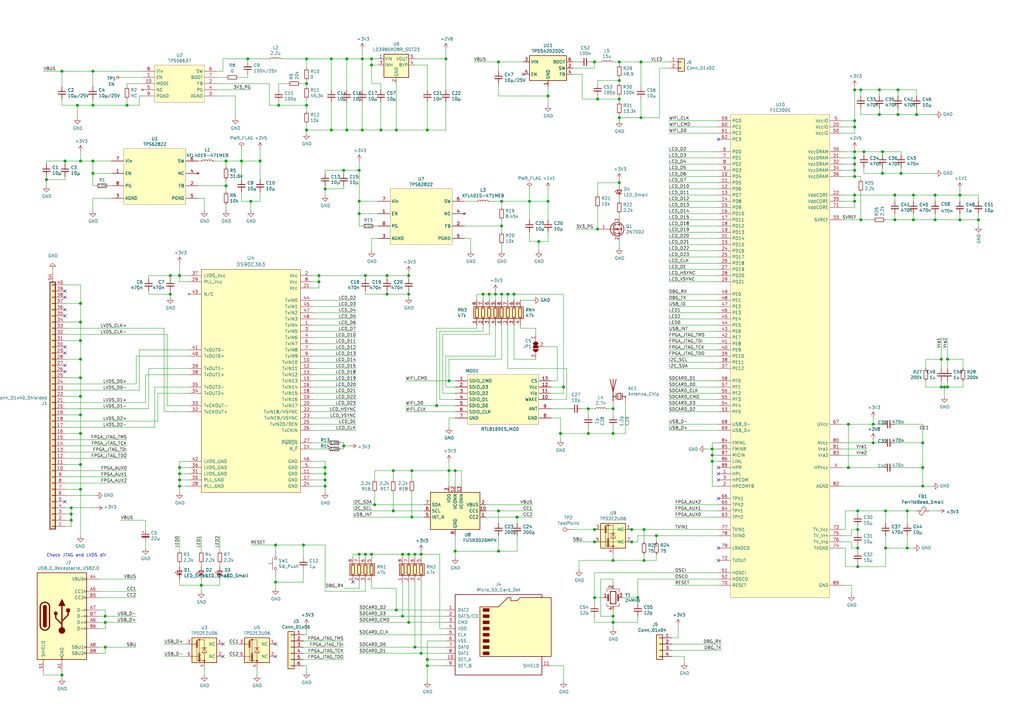
<source format=kicad_sch>
(kicad_sch (version 20210126) (generator eeschema)
  (paper "A3")
  (junction (at 19.05 73.66) (diameter 1.016))
  (junction (at 25.4 29.21) (diameter 1.016))
  (junction (at 25.4 276.86) (diameter 1.016))
  (junction (at 26.67 66.04) (diameter 1.016))
  (junction (at 29.21 208.28) (diameter 1.016))
  (junction (at 29.21 210.82) (diameter 1.016))
  (junction (at 29.21 213.36) (diameter 1.016))
  (junction (at 31.75 43.18) (diameter 1.016))
  (junction (at 33.02 66.04) (diameter 1.016))
  (junction (at 33.02 124.46) (diameter 1.016))
  (junction (at 33.02 132.08) (diameter 1.016))
  (junction (at 33.02 139.7) (diameter 1.016))
  (junction (at 33.02 147.32) (diameter 1.016))
  (junction (at 33.02 154.94) (diameter 1.016))
  (junction (at 33.02 162.56) (diameter 1.016))
  (junction (at 33.02 170.18) (diameter 1.016))
  (junction (at 33.02 177.8) (diameter 1.016))
  (junction (at 33.02 190.5) (diameter 1.016))
  (junction (at 33.02 200.66) (diameter 1.016))
  (junction (at 38.1 29.21) (diameter 1.016))
  (junction (at 38.1 43.18) (diameter 1.016))
  (junction (at 38.1 66.04) (diameter 1.016))
  (junction (at 38.1 71.12) (diameter 1.016))
  (junction (at 43.18 252.73) (diameter 1.016))
  (junction (at 43.18 255.27) (diameter 1.016))
  (junction (at 43.18 265.43) (diameter 1.016))
  (junction (at 52.07 43.18) (diameter 1.016))
  (junction (at 69.85 113.03) (diameter 1.016))
  (junction (at 69.85 120.65) (diameter 1.016))
  (junction (at 73.66 113.03) (diameter 1.016))
  (junction (at 73.66 191.77) (diameter 1.016))
  (junction (at 73.66 194.31) (diameter 1.016))
  (junction (at 73.66 196.85) (diameter 1.016))
  (junction (at 73.66 199.39) (diameter 1.016))
  (junction (at 82.55 240.03) (diameter 1.016))
  (junction (at 92.71 66.04) (diameter 1.016))
  (junction (at 92.71 76.2) (diameter 1.016))
  (junction (at 99.06 66.04) (diameter 1.016))
  (junction (at 101.6 24.13) (diameter 1.016))
  (junction (at 102.87 82.55) (diameter 1.016))
  (junction (at 106.68 66.04) (diameter 1.016))
  (junction (at 113.03 223.52) (diameter 1.016))
  (junction (at 113.03 238.76) (diameter 1.016))
  (junction (at 114.3 43.18) (diameter 1.016))
  (junction (at 124.46 223.52) (diameter 1.016))
  (junction (at 125.73 24.13) (diameter 1.016))
  (junction (at 125.73 34.29) (diameter 1.016))
  (junction (at 125.73 43.18) (diameter 1.016))
  (junction (at 125.73 53.34) (diameter 1.016))
  (junction (at 130.81 113.03) (diameter 1.016))
  (junction (at 130.81 115.57) (diameter 1.016))
  (junction (at 133.35 77.47) (diameter 1.016))
  (junction (at 133.35 191.77) (diameter 1.016))
  (junction (at 133.35 194.31) (diameter 1.016))
  (junction (at 133.35 196.85) (diameter 1.016))
  (junction (at 133.35 199.39) (diameter 1.016))
  (junction (at 135.89 24.13) (diameter 1.016))
  (junction (at 135.89 53.34) (diameter 1.016))
  (junction (at 140.97 69.85) (diameter 1.016))
  (junction (at 140.97 182.88) (diameter 1.016))
  (junction (at 142.24 24.13) (diameter 1.016))
  (junction (at 142.24 53.34) (diameter 1.016))
  (junction (at 147.32 69.85) (diameter 1.016))
  (junction (at 147.32 82.55) (diameter 1.016))
  (junction (at 147.32 87.63) (diameter 1.016))
  (junction (at 147.32 227.33) (diameter 1.016))
  (junction (at 148.59 24.13) (diameter 1.016))
  (junction (at 148.59 53.34) (diameter 1.016))
  (junction (at 149.86 113.03) (diameter 1.016))
  (junction (at 149.86 227.33) (diameter 1.016))
  (junction (at 152.4 24.13) (diameter 1.016))
  (junction (at 152.4 26.67) (diameter 1.016))
  (junction (at 152.4 227.33) (diameter 1.016))
  (junction (at 153.67 207.01) (diameter 1.016))
  (junction (at 156.21 53.34) (diameter 1.016))
  (junction (at 158.75 113.03) (diameter 1.016))
  (junction (at 158.75 120.65) (diameter 1.016))
  (junction (at 161.29 193.04) (diameter 1.016))
  (junction (at 161.29 209.55) (diameter 1.016))
  (junction (at 162.56 53.34) (diameter 1.016))
  (junction (at 162.56 250.19) (diameter 1.016))
  (junction (at 165.1 227.33) (diameter 1.016))
  (junction (at 165.1 252.73) (diameter 1.016))
  (junction (at 167.64 113.03) (diameter 1.016))
  (junction (at 167.64 120.65) (diameter 1.016))
  (junction (at 167.64 227.33) (diameter 1.016))
  (junction (at 167.64 255.27) (diameter 1.016))
  (junction (at 168.91 193.04) (diameter 1.016))
  (junction (at 168.91 212.09) (diameter 1.016))
  (junction (at 170.18 227.33) (diameter 1.016))
  (junction (at 170.18 265.43) (diameter 1.016))
  (junction (at 172.72 227.33) (diameter 1.016))
  (junction (at 172.72 267.97) (diameter 1.016))
  (junction (at 175.26 53.34) (diameter 1.016))
  (junction (at 175.26 270.51) (diameter 1.016))
  (junction (at 175.26 273.05) (diameter 1.016))
  (junction (at 179.07 166.37) (diameter 1.016))
  (junction (at 182.88 24.13) (diameter 1.016))
  (junction (at 184.15 156.21) (diameter 1.016))
  (junction (at 184.15 193.04) (diameter 1.016))
  (junction (at 186.69 193.04) (diameter 1.016))
  (junction (at 186.69 226.06) (diameter 1.016))
  (junction (at 198.12 120.65) (diameter 1.016))
  (junction (at 200.66 120.65) (diameter 1.016))
  (junction (at 203.2 120.65) (diameter 1.016))
  (junction (at 204.47 25.4) (diameter 1.016))
  (junction (at 204.47 209.55) (diameter 1.016))
  (junction (at 204.47 226.06) (diameter 1.016))
  (junction (at 205.74 82.55) (diameter 1.016))
  (junction (at 205.74 92.71) (diameter 1.016))
  (junction (at 205.74 120.65) (diameter 1.016))
  (junction (at 208.28 120.65) (diameter 1.016))
  (junction (at 210.82 120.65) (diameter 1.016))
  (junction (at 212.09 212.09) (diameter 1.016))
  (junction (at 217.17 82.55) (diameter 1.016))
  (junction (at 220.98 99.06) (diameter 1.016))
  (junction (at 224.79 39.37) (diameter 1.016))
  (junction (at 224.79 82.55) (diameter 1.016))
  (junction (at 229.87 177.8) (diameter 1.016))
  (junction (at 231.14 158.75) (diameter 1.016))
  (junction (at 241.3 167.64) (diameter 1.016))
  (junction (at 241.3 177.8) (diameter 1.016))
  (junction (at 243.84 25.4) (diameter 1.016))
  (junction (at 243.84 217.17) (diameter 1.016))
  (junction (at 243.84 222.25) (diameter 1.016))
  (junction (at 243.84 245.11) (diameter 1.016))
  (junction (at 245.11 40.64) (diameter 1.016))
  (junction (at 245.11 93.98) (diameter 1.016))
  (junction (at 251.46 167.64) (diameter 1.016))
  (junction (at 251.46 177.8) (diameter 1.016))
  (junction (at 251.46 229.87) (diameter 1.016))
  (junction (at 251.46 252.73) (diameter 1.016))
  (junction (at 251.46 255.27) (diameter 1.016))
  (junction (at 254 25.4) (diameter 1.016))
  (junction (at 254 33.02) (diameter 1.016))
  (junction (at 254 40.64) (diameter 1.016))
  (junction (at 254 48.26) (diameter 1.016))
  (junction (at 254 74.93) (diameter 1.016))
  (junction (at 259.08 217.17) (diameter 1.016))
  (junction (at 259.08 222.25) (diameter 1.016))
  (junction (at 261.62 245.11) (diameter 1.016))
  (junction (at 262.89 25.4) (diameter 1.016))
  (junction (at 262.89 48.26) (diameter 1.016))
  (junction (at 264.16 217.17) (diameter 1.016))
  (junction (at 264.16 229.87) (diameter 1.016))
  (junction (at 269.24 219.71) (diameter 1.016))
  (junction (at 292.1 184.15) (diameter 1.016))
  (junction (at 292.1 186.69) (diameter 1.016))
  (junction (at 292.1 189.23) (diameter 1.016))
  (junction (at 347.98 173.99) (diameter 1.016))
  (junction (at 347.98 191.77) (diameter 1.016))
  (junction (at 350.52 36.83) (diameter 1.016))
  (junction (at 350.52 49.53) (diameter 1.016))
  (junction (at 350.52 52.07) (diameter 1.016))
  (junction (at 350.52 62.23) (diameter 1.016))
  (junction (at 350.52 64.77) (diameter 1.016))
  (junction (at 350.52 67.31) (diameter 1.016))
  (junction (at 350.52 69.85) (diameter 1.016))
  (junction (at 350.52 72.39) (diameter 1.016))
  (junction (at 350.52 80.01) (diameter 1.016))
  (junction (at 350.52 82.55) (diameter 1.016))
  (junction (at 351.79 209.55) (diameter 1.016))
  (junction (at 351.79 217.17) (diameter 1.016))
  (junction (at 351.79 224.79) (diameter 1.016))
  (junction (at 351.79 232.41) (diameter 1.016))
  (junction (at 353.06 36.83) (diameter 1.016))
  (junction (at 353.06 90.17) (diameter 1.016))
  (junction (at 354.33 62.23) (diameter 1.016))
  (junction (at 358.14 173.99) (diameter 1.016))
  (junction (at 358.14 181.61) (diameter 1.016))
  (junction (at 360.68 36.83) (diameter 1.016))
  (junction (at 360.68 46.99) (diameter 1.016))
  (junction (at 361.95 62.23) (diameter 1.016))
  (junction (at 361.95 71.12) (diameter 1.016))
  (junction (at 363.22 209.55) (diameter 1.016))
  (junction (at 363.22 224.79) (diameter 1.016))
  (junction (at 367.03 80.01) (diameter 1.016))
  (junction (at 367.03 90.17) (diameter 1.016))
  (junction (at 368.3 36.83) (diameter 1.016))
  (junction (at 368.3 46.99) (diameter 1.016))
  (junction (at 369.57 71.12) (diameter 1.016))
  (junction (at 372.11 209.55) (diameter 1.016))
  (junction (at 372.11 224.79) (diameter 1.016))
  (junction (at 374.65 80.01) (diameter 1.016))
  (junction (at 374.65 90.17) (diameter 1.016))
  (junction (at 375.92 46.99) (diameter 1.016))
  (junction (at 378.46 181.61) (diameter 1.016))
  (junction (at 378.46 191.77) (diameter 1.016))
  (junction (at 378.46 199.39) (diameter 1.016))
  (junction (at 383.54 80.01) (diameter 1.016))
  (junction (at 383.54 90.17) (diameter 1.016))
  (junction (at 386.08 147.32) (diameter 1.016))
  (junction (at 386.08 158.75) (diameter 1.016))
  (junction (at 387.35 158.75) (diameter 1.016))
  (junction (at 388.62 147.32) (diameter 1.016))
  (junction (at 388.62 158.75) (diameter 1.016))
  (junction (at 393.7 80.01) (diameter 1.016))
  (junction (at 393.7 90.17) (diameter 1.016))
  (junction (at 401.32 90.17) (diameter 1.016))
  (no_connect (at 26.67 119.38))
  (no_connect (at 26.67 121.92))
  (no_connect (at 26.67 127))
  (no_connect (at 26.67 129.54))
  (no_connect (at 26.67 142.24))
  (no_connect (at 26.67 144.78))
  (no_connect (at 26.67 149.86))
  (no_connect (at 26.67 152.4))
  (no_connect (at 26.67 205.74))
  (no_connect (at 91.44 264.16))
  (no_connect (at 91.44 269.24))
  (no_connect (at 113.03 264.16))
  (no_connect (at 113.03 269.24))
  (no_connect (at 144.78 238.76))
  (no_connect (at 214.63 30.48))
  (no_connect (at 294.64 57.15))
  (no_connect (at 294.64 191.77))
  (no_connect (at 294.64 194.31))
  (no_connect (at 294.64 196.85))
  (no_connect (at 294.64 204.47))
  (no_connect (at 294.64 224.79))
  (no_connect (at 294.64 229.87))
  (wire (pts (xy 17.78 29.21) (xy 25.4 29.21)))
  (wire (pts (xy 17.78 276.86) (xy 17.78 275.59)))
  (wire (pts (xy 19.05 66.04) (xy 19.05 67.31)))
  (wire (pts (xy 19.05 73.66) (xy 19.05 72.39)))
  (wire (pts (xy 19.05 73.66) (xy 19.05 76.2)))
  (wire (pts (xy 21.59 110.49) (xy 21.59 111.76)))
  (wire (pts (xy 25.4 29.21) (xy 25.4 35.56)))
  (wire (pts (xy 25.4 29.21) (xy 38.1 29.21)))
  (wire (pts (xy 25.4 40.64) (xy 25.4 43.18)))
  (wire (pts (xy 25.4 43.18) (xy 31.75 43.18)))
  (wire (pts (xy 25.4 275.59) (xy 25.4 276.86)))
  (wire (pts (xy 25.4 276.86) (xy 17.78 276.86)))
  (wire (pts (xy 25.4 276.86) (xy 25.4 278.13)))
  (wire (pts (xy 26.67 66.04) (xy 19.05 66.04)))
  (wire (pts (xy 26.67 66.04) (xy 26.67 67.31)))
  (wire (pts (xy 26.67 66.04) (xy 33.02 66.04)))
  (wire (pts (xy 26.67 72.39) (xy 26.67 73.66)))
  (wire (pts (xy 26.67 73.66) (xy 19.05 73.66)))
  (wire (pts (xy 26.67 134.62) (xy 67.31 134.62)))
  (wire (pts (xy 26.67 137.16) (xy 68.58 137.16)))
  (wire (pts (xy 26.67 157.48) (xy 55.88 157.48)))
  (wire (pts (xy 26.67 160.02) (xy 57.15 160.02)))
  (wire (pts (xy 26.67 165.1) (xy 59.69 165.1)))
  (wire (pts (xy 26.67 167.64) (xy 60.96 167.64)))
  (wire (pts (xy 26.67 172.72) (xy 64.77 172.72)))
  (wire (pts (xy 26.67 175.26) (xy 63.5 175.26)))
  (wire (pts (xy 26.67 210.82) (xy 29.21 210.82)))
  (wire (pts (xy 26.67 213.36) (xy 29.21 213.36)))
  (wire (pts (xy 26.67 215.9) (xy 29.21 215.9)))
  (wire (pts (xy 29.21 208.28) (xy 26.67 208.28)))
  (wire (pts (xy 29.21 210.82) (xy 29.21 208.28)))
  (wire (pts (xy 29.21 213.36) (xy 29.21 210.82)))
  (wire (pts (xy 29.21 215.9) (xy 29.21 213.36)))
  (wire (pts (xy 31.75 43.18) (xy 31.75 48.26)))
  (wire (pts (xy 31.75 43.18) (xy 38.1 43.18)))
  (wire (pts (xy 33.02 62.23) (xy 33.02 66.04)))
  (wire (pts (xy 33.02 66.04) (xy 38.1 66.04)))
  (wire (pts (xy 33.02 116.84) (xy 26.67 116.84)))
  (wire (pts (xy 33.02 124.46) (xy 26.67 124.46)))
  (wire (pts (xy 33.02 124.46) (xy 33.02 116.84)))
  (wire (pts (xy 33.02 132.08) (xy 26.67 132.08)))
  (wire (pts (xy 33.02 132.08) (xy 33.02 124.46)))
  (wire (pts (xy 33.02 139.7) (xy 26.67 139.7)))
  (wire (pts (xy 33.02 139.7) (xy 33.02 132.08)))
  (wire (pts (xy 33.02 147.32) (xy 26.67 147.32)))
  (wire (pts (xy 33.02 147.32) (xy 33.02 139.7)))
  (wire (pts (xy 33.02 154.94) (xy 26.67 154.94)))
  (wire (pts (xy 33.02 154.94) (xy 33.02 147.32)))
  (wire (pts (xy 33.02 162.56) (xy 26.67 162.56)))
  (wire (pts (xy 33.02 162.56) (xy 33.02 154.94)))
  (wire (pts (xy 33.02 170.18) (xy 26.67 170.18)))
  (wire (pts (xy 33.02 170.18) (xy 33.02 162.56)))
  (wire (pts (xy 33.02 177.8) (xy 26.67 177.8)))
  (wire (pts (xy 33.02 177.8) (xy 33.02 170.18)))
  (wire (pts (xy 33.02 190.5) (xy 26.67 190.5)))
  (wire (pts (xy 33.02 190.5) (xy 33.02 177.8)))
  (wire (pts (xy 33.02 190.5) (xy 33.02 200.66)))
  (wire (pts (xy 33.02 200.66) (xy 26.67 200.66)))
  (wire (pts (xy 33.02 200.66) (xy 33.02 219.71)))
  (wire (pts (xy 38.1 29.21) (xy 38.1 35.56)))
  (wire (pts (xy 38.1 29.21) (xy 58.42 29.21)))
  (wire (pts (xy 38.1 43.18) (xy 38.1 40.64)))
  (wire (pts (xy 38.1 43.18) (xy 52.07 43.18)))
  (wire (pts (xy 38.1 66.04) (xy 38.1 71.12)))
  (wire (pts (xy 38.1 66.04) (xy 45.72 66.04)))
  (wire (pts (xy 38.1 76.2) (xy 38.1 71.12)))
  (wire (pts (xy 38.1 81.28) (xy 45.72 81.28)))
  (wire (pts (xy 38.1 86.36) (xy 38.1 81.28)))
  (wire (pts (xy 39.37 76.2) (xy 38.1 76.2)))
  (wire (pts (xy 39.37 203.2) (xy 26.67 203.2)))
  (wire (pts (xy 39.37 208.28) (xy 29.21 208.28)))
  (wire (pts (xy 40.64 237.49) (xy 55.88 237.49)))
  (wire (pts (xy 40.64 242.57) (xy 55.88 242.57)))
  (wire (pts (xy 40.64 245.11) (xy 55.88 245.11)))
  (wire (pts (xy 40.64 250.19) (xy 43.18 250.19)))
  (wire (pts (xy 40.64 255.27) (xy 43.18 255.27)))
  (wire (pts (xy 40.64 265.43) (xy 43.18 265.43)))
  (wire (pts (xy 40.64 267.97) (xy 43.18 267.97)))
  (wire (pts (xy 43.18 250.19) (xy 43.18 252.73)))
  (wire (pts (xy 43.18 252.73) (xy 40.64 252.73)))
  (wire (pts (xy 43.18 252.73) (xy 55.88 252.73)))
  (wire (pts (xy 43.18 255.27) (xy 43.18 257.81)))
  (wire (pts (xy 43.18 255.27) (xy 55.88 255.27)))
  (wire (pts (xy 43.18 257.81) (xy 40.64 257.81)))
  (wire (pts (xy 43.18 265.43) (xy 55.88 265.43)))
  (wire (pts (xy 43.18 267.97) (xy 43.18 265.43)))
  (wire (pts (xy 44.45 76.2) (xy 45.72 76.2)))
  (wire (pts (xy 45.72 71.12) (xy 38.1 71.12)))
  (wire (pts (xy 48.26 31.75) (xy 58.42 31.75)))
  (wire (pts (xy 49.53 213.36) (xy 59.69 213.36)))
  (wire (pts (xy 52.07 34.29) (xy 58.42 34.29)))
  (wire (pts (xy 52.07 35.56) (xy 52.07 34.29)))
  (wire (pts (xy 52.07 40.64) (xy 52.07 43.18)))
  (wire (pts (xy 52.07 43.18) (xy 57.15 43.18)))
  (wire (pts (xy 52.07 180.34) (xy 26.67 180.34)))
  (wire (pts (xy 52.07 182.88) (xy 26.67 182.88)))
  (wire (pts (xy 52.07 185.42) (xy 26.67 185.42)))
  (wire (pts (xy 52.07 187.96) (xy 26.67 187.96)))
  (wire (pts (xy 52.07 193.04) (xy 26.67 193.04)))
  (wire (pts (xy 52.07 195.58) (xy 26.67 195.58)))
  (wire (pts (xy 52.07 198.12) (xy 26.67 198.12)))
  (wire (pts (xy 55.88 146.05) (xy 55.88 157.48)))
  (wire (pts (xy 57.15 39.37) (xy 58.42 39.37)))
  (wire (pts (xy 57.15 43.18) (xy 57.15 39.37)))
  (wire (pts (xy 57.15 143.51) (xy 77.47 143.51)))
  (wire (pts (xy 57.15 160.02) (xy 57.15 143.51)))
  (wire (pts (xy 59.69 153.67) (xy 77.47 153.67)))
  (wire (pts (xy 59.69 165.1) (xy 59.69 153.67)))
  (wire (pts (xy 59.69 217.17) (xy 59.69 213.36)))
  (wire (pts (xy 59.69 222.25) (xy 59.69 224.79)))
  (wire (pts (xy 60.96 113.03) (xy 69.85 113.03)))
  (wire (pts (xy 60.96 114.3) (xy 60.96 113.03)))
  (wire (pts (xy 60.96 120.65) (xy 60.96 119.38)))
  (wire (pts (xy 60.96 151.13) (xy 60.96 167.64)))
  (wire (pts (xy 63.5 158.75) (xy 77.47 158.75)))
  (wire (pts (xy 63.5 175.26) (xy 63.5 158.75)))
  (wire (pts (xy 64.77 161.29) (xy 77.47 161.29)))
  (wire (pts (xy 64.77 172.72) (xy 64.77 161.29)))
  (wire (pts (xy 67.31 168.91) (xy 67.31 134.62)))
  (wire (pts (xy 67.31 264.16) (xy 76.2 264.16)))
  (wire (pts (xy 67.31 269.24) (xy 76.2 269.24)))
  (wire (pts (xy 68.58 137.16) (xy 68.58 166.37)))
  (wire (pts (xy 68.58 166.37) (xy 77.47 166.37)))
  (wire (pts (xy 69.85 113.03) (xy 69.85 114.3)))
  (wire (pts (xy 69.85 113.03) (xy 73.66 113.03)))
  (wire (pts (xy 69.85 119.38) (xy 69.85 120.65)))
  (wire (pts (xy 69.85 120.65) (xy 60.96 120.65)))
  (wire (pts (xy 69.85 120.65) (xy 69.85 121.92)))
  (wire (pts (xy 73.66 107.95) (xy 73.66 113.03)))
  (wire (pts (xy 73.66 113.03) (xy 77.47 113.03)))
  (wire (pts (xy 73.66 115.57) (xy 73.66 113.03)))
  (wire (pts (xy 73.66 189.23) (xy 77.47 189.23)))
  (wire (pts (xy 73.66 191.77) (xy 73.66 189.23)))
  (wire (pts (xy 73.66 191.77) (xy 77.47 191.77)))
  (wire (pts (xy 73.66 194.31) (xy 73.66 191.77)))
  (wire (pts (xy 73.66 194.31) (xy 77.47 194.31)))
  (wire (pts (xy 73.66 196.85) (xy 73.66 194.31)))
  (wire (pts (xy 73.66 196.85) (xy 77.47 196.85)))
  (wire (pts (xy 73.66 199.39) (xy 73.66 196.85)))
  (wire (pts (xy 73.66 199.39) (xy 77.47 199.39)))
  (wire (pts (xy 73.66 201.93) (xy 73.66 199.39)))
  (wire (pts (xy 73.66 219.71) (xy 73.66 226.06)))
  (wire (pts (xy 73.66 231.14) (xy 73.66 232.41)))
  (wire (pts (xy 73.66 240.03) (xy 73.66 237.49)))
  (wire (pts (xy 77.47 115.57) (xy 73.66 115.57)))
  (wire (pts (xy 77.47 146.05) (xy 55.88 146.05)))
  (wire (pts (xy 77.47 151.13) (xy 60.96 151.13)))
  (wire (pts (xy 77.47 168.91) (xy 67.31 168.91)))
  (wire (pts (xy 81.28 66.04) (xy 82.55 66.04)))
  (wire (pts (xy 81.28 76.2) (xy 92.71 76.2)))
  (wire (pts (xy 81.28 81.28) (xy 83.82 81.28)))
  (wire (pts (xy 82.55 219.71) (xy 82.55 226.06)))
  (wire (pts (xy 82.55 231.14) (xy 82.55 232.41)))
  (wire (pts (xy 82.55 237.49) (xy 82.55 240.03)))
  (wire (pts (xy 82.55 240.03) (xy 73.66 240.03)))
  (wire (pts (xy 82.55 240.03) (xy 82.55 242.57)))
  (wire (pts (xy 83.82 81.28) (xy 83.82 86.36)))
  (wire (pts (xy 83.82 274.32) (xy 83.82 276.86)))
  (wire (pts (xy 88.9 31.75) (xy 92.71 31.75)))
  (wire (pts (xy 88.9 34.29) (xy 110.49 34.29)))
  (wire (pts (xy 88.9 36.83) (xy 102.87 36.83)))
  (wire (pts (xy 88.9 39.37) (xy 96.52 39.37)))
  (wire (pts (xy 90.17 219.71) (xy 90.17 226.06)))
  (wire (pts (xy 90.17 231.14) (xy 90.17 232.41)))
  (wire (pts (xy 90.17 237.49) (xy 90.17 240.03)))
  (wire (pts (xy 90.17 240.03) (xy 82.55 240.03)))
  (wire (pts (xy 91.44 24.13) (xy 91.44 29.21)))
  (wire (pts (xy 91.44 29.21) (xy 88.9 29.21)))
  (wire (pts (xy 92.71 66.04) (xy 87.63 66.04)))
  (wire (pts (xy 92.71 66.04) (xy 99.06 66.04)))
  (wire (pts (xy 92.71 68.58) (xy 92.71 66.04)))
  (wire (pts (xy 92.71 73.66) (xy 92.71 76.2)))
  (wire (pts (xy 92.71 76.2) (xy 92.71 78.74)))
  (wire (pts (xy 92.71 83.82) (xy 92.71 86.36)))
  (wire (pts (xy 93.98 264.16) (xy 97.79 264.16)))
  (wire (pts (xy 93.98 269.24) (xy 97.79 269.24)))
  (wire (pts (xy 96.52 39.37) (xy 96.52 48.26)))
  (wire (pts (xy 99.06 60.96) (xy 99.06 66.04)))
  (wire (pts (xy 99.06 66.04) (xy 99.06 73.66)))
  (wire (pts (xy 99.06 66.04) (xy 106.68 66.04)))
  (wire (pts (xy 99.06 82.55) (xy 99.06 78.74)))
  (wire (pts (xy 101.6 24.13) (xy 91.44 24.13)))
  (wire (pts (xy 101.6 24.13) (xy 101.6 25.4)))
  (wire (pts (xy 101.6 30.48) (xy 101.6 31.75)))
  (wire (pts (xy 101.6 31.75) (xy 97.79 31.75)))
  (wire (pts (xy 102.87 82.55) (xy 99.06 82.55)))
  (wire (pts (xy 102.87 82.55) (xy 106.68 82.55)))
  (wire (pts (xy 102.87 86.36) (xy 102.87 82.55)))
  (wire (pts (xy 102.87 223.52) (xy 113.03 223.52)))
  (wire (pts (xy 105.41 274.32) (xy 105.41 276.86)))
  (wire (pts (xy 106.68 60.96) (xy 106.68 66.04)))
  (wire (pts (xy 106.68 66.04) (xy 106.68 73.66)))
  (wire (pts (xy 106.68 82.55) (xy 106.68 78.74)))
  (wire (pts (xy 110.49 24.13) (xy 101.6 24.13)))
  (wire (pts (xy 110.49 34.29) (xy 110.49 43.18)))
  (wire (pts (xy 110.49 43.18) (xy 114.3 43.18)))
  (wire (pts (xy 113.03 223.52) (xy 124.46 223.52)))
  (wire (pts (xy 113.03 226.06) (xy 113.03 223.52)))
  (wire (pts (xy 113.03 238.76) (xy 113.03 236.22)))
  (wire (pts (xy 113.03 238.76) (xy 113.03 241.3)))
  (wire (pts (xy 114.3 34.29) (xy 118.11 34.29)))
  (wire (pts (xy 114.3 36.83) (xy 114.3 34.29)))
  (wire (pts (xy 114.3 41.91) (xy 114.3 43.18)))
  (wire (pts (xy 114.3 43.18) (xy 125.73 43.18)))
  (wire (pts (xy 124.46 223.52) (xy 124.46 228.6)))
  (wire (pts (xy 124.46 223.52) (xy 133.35 223.52)))
  (wire (pts (xy 124.46 233.68) (xy 124.46 238.76)))
  (wire (pts (xy 124.46 238.76) (xy 113.03 238.76)))
  (wire (pts (xy 124.46 273.05) (xy 125.73 273.05)))
  (wire (pts (xy 125.73 24.13) (xy 115.57 24.13)))
  (wire (pts (xy 125.73 27.94) (xy 125.73 24.13)))
  (wire (pts (xy 125.73 33.02) (xy 125.73 34.29)))
  (wire (pts (xy 125.73 34.29) (xy 123.19 34.29)))
  (wire (pts (xy 125.73 34.29) (xy 125.73 35.56)))
  (wire (pts (xy 125.73 40.64) (xy 125.73 43.18)))
  (wire (pts (xy 125.73 43.18) (xy 125.73 45.72)))
  (wire (pts (xy 125.73 50.8) (xy 125.73 53.34)))
  (wire (pts (xy 125.73 53.34) (xy 125.73 54.61)))
  (wire (pts (xy 125.73 53.34) (xy 135.89 53.34)))
  (wire (pts (xy 125.73 256.54) (xy 125.73 260.35)))
  (wire (pts (xy 125.73 260.35) (xy 124.46 260.35)))
  (wire (pts (xy 125.73 273.05) (xy 125.73 275.59)))
  (wire (pts (xy 128.27 115.57) (xy 130.81 115.57)))
  (wire (pts (xy 128.27 118.11) (xy 130.81 118.11)))
  (wire (pts (xy 128.27 168.91) (xy 146.05 168.91)))
  (wire (pts (xy 128.27 171.45) (xy 146.05 171.45)))
  (wire (pts (xy 128.27 173.99) (xy 146.05 173.99)))
  (wire (pts (xy 128.27 176.53) (xy 146.05 176.53)))
  (wire (pts (xy 128.27 181.61) (xy 134.62 181.61)))
  (wire (pts (xy 128.27 184.15) (xy 134.62 184.15)))
  (wire (pts (xy 128.27 191.77) (xy 133.35 191.77)))
  (wire (pts (xy 128.27 194.31) (xy 133.35 194.31)))
  (wire (pts (xy 128.27 196.85) (xy 133.35 196.85)))
  (wire (pts (xy 128.27 199.39) (xy 133.35 199.39)))
  (wire (pts (xy 130.81 113.03) (xy 128.27 113.03)))
  (wire (pts (xy 130.81 113.03) (xy 130.81 115.57)))
  (wire (pts (xy 130.81 115.57) (xy 130.81 118.11)))
  (wire (pts (xy 133.35 69.85) (xy 133.35 71.12)))
  (wire (pts (xy 133.35 77.47) (xy 133.35 76.2)))
  (wire (pts (xy 133.35 77.47) (xy 133.35 80.01)))
  (wire (pts (xy 133.35 189.23) (xy 128.27 189.23)))
  (wire (pts (xy 133.35 191.77) (xy 133.35 189.23)))
  (wire (pts (xy 133.35 194.31) (xy 133.35 191.77)))
  (wire (pts (xy 133.35 196.85) (xy 133.35 194.31)))
  (wire (pts (xy 133.35 199.39) (xy 133.35 196.85)))
  (wire (pts (xy 133.35 201.93) (xy 133.35 199.39)))
  (wire (pts (xy 133.35 223.52) (xy 133.35 242.57)))
  (wire (pts (xy 133.35 242.57) (xy 149.86 242.57)))
  (wire (pts (xy 135.89 24.13) (xy 125.73 24.13)))
  (wire (pts (xy 135.89 24.13) (xy 135.89 36.83)))
  (wire (pts (xy 135.89 53.34) (xy 135.89 41.91)))
  (wire (pts (xy 140.97 69.85) (xy 133.35 69.85)))
  (wire (pts (xy 140.97 69.85) (xy 140.97 71.12)))
  (wire (pts (xy 140.97 76.2) (xy 140.97 77.47)))
  (wire (pts (xy 140.97 77.47) (xy 133.35 77.47)))
  (wire (pts (xy 140.97 181.61) (xy 139.7 181.61)))
  (wire (pts (xy 140.97 182.88) (xy 140.97 181.61)))
  (wire (pts (xy 140.97 182.88) (xy 140.97 184.15)))
  (wire (pts (xy 140.97 184.15) (xy 139.7 184.15)))
  (wire (pts (xy 140.97 241.3) (xy 147.32 241.3)))
  (wire (pts (xy 140.97 262.89) (xy 124.46 262.89)))
  (wire (pts (xy 140.97 265.43) (xy 124.46 265.43)))
  (wire (pts (xy 140.97 267.97) (xy 124.46 267.97)))
  (wire (pts (xy 140.97 270.51) (xy 124.46 270.51)))
  (wire (pts (xy 142.24 24.13) (xy 135.89 24.13)))
  (wire (pts (xy 142.24 24.13) (xy 142.24 36.83)))
  (wire (pts (xy 142.24 41.91) (xy 142.24 53.34)))
  (wire (pts (xy 142.24 53.34) (xy 135.89 53.34)))
  (wire (pts (xy 142.24 53.34) (xy 148.59 53.34)))
  (wire (pts (xy 143.51 182.88) (xy 140.97 182.88)))
  (wire (pts (xy 144.78 207.01) (xy 153.67 207.01)))
  (wire (pts (xy 144.78 209.55) (xy 161.29 209.55)))
  (wire (pts (xy 144.78 227.33) (xy 147.32 227.33)))
  (wire (pts (xy 144.78 228.6) (xy 144.78 227.33)))
  (wire (pts (xy 146.05 123.19) (xy 128.27 123.19)))
  (wire (pts (xy 146.05 125.73) (xy 128.27 125.73)))
  (wire (pts (xy 146.05 128.27) (xy 128.27 128.27)))
  (wire (pts (xy 146.05 130.81) (xy 128.27 130.81)))
  (wire (pts (xy 146.05 133.35) (xy 128.27 133.35)))
  (wire (pts (xy 146.05 135.89) (xy 128.27 135.89)))
  (wire (pts (xy 146.05 138.43) (xy 128.27 138.43)))
  (wire (pts (xy 146.05 140.97) (xy 128.27 140.97)))
  (wire (pts (xy 146.05 143.51) (xy 128.27 143.51)))
  (wire (pts (xy 146.05 146.05) (xy 128.27 146.05)))
  (wire (pts (xy 146.05 148.59) (xy 128.27 148.59)))
  (wire (pts (xy 146.05 151.13) (xy 128.27 151.13)))
  (wire (pts (xy 146.05 153.67) (xy 128.27 153.67)))
  (wire (pts (xy 146.05 156.21) (xy 128.27 156.21)))
  (wire (pts (xy 146.05 158.75) (xy 128.27 158.75)))
  (wire (pts (xy 146.05 161.29) (xy 128.27 161.29)))
  (wire (pts (xy 146.05 163.83) (xy 128.27 163.83)))
  (wire (pts (xy 146.05 166.37) (xy 128.27 166.37)))
  (wire (pts (xy 147.32 66.04) (xy 147.32 69.85)))
  (wire (pts (xy 147.32 69.85) (xy 140.97 69.85)))
  (wire (pts (xy 147.32 69.85) (xy 147.32 82.55)))
  (wire (pts (xy 147.32 82.55) (xy 147.32 87.63)))
  (wire (pts (xy 147.32 82.55) (xy 154.94 82.55)))
  (wire (pts (xy 147.32 92.71) (xy 147.32 87.63)))
  (wire (pts (xy 147.32 227.33) (xy 147.32 228.6)))
  (wire (pts (xy 147.32 227.33) (xy 149.86 227.33)))
  (wire (pts (xy 147.32 241.3) (xy 147.32 238.76)))
  (wire (pts (xy 147.32 250.19) (xy 162.56 250.19)))
  (wire (pts (xy 147.32 252.73) (xy 165.1 252.73)))
  (wire (pts (xy 147.32 255.27) (xy 167.64 255.27)))
  (wire (pts (xy 147.32 260.35) (xy 182.88 260.35)))
  (wire (pts (xy 147.32 265.43) (xy 170.18 265.43)))
  (wire (pts (xy 147.32 267.97) (xy 172.72 267.97)))
  (wire (pts (xy 148.59 20.32) (xy 148.59 24.13)))
  (wire (pts (xy 148.59 24.13) (xy 142.24 24.13)))
  (wire (pts (xy 148.59 24.13) (xy 152.4 24.13)))
  (wire (pts (xy 148.59 36.83) (xy 148.59 24.13)))
  (wire (pts (xy 148.59 53.34) (xy 148.59 41.91)))
  (wire (pts (xy 148.59 92.71) (xy 147.32 92.71)))
  (wire (pts (xy 149.86 113.03) (xy 130.81 113.03)))
  (wire (pts (xy 149.86 113.03) (xy 158.75 113.03)))
  (wire (pts (xy 149.86 114.3) (xy 149.86 113.03)))
  (wire (pts (xy 149.86 120.65) (xy 149.86 119.38)))
  (wire (pts (xy 149.86 227.33) (xy 149.86 228.6)))
  (wire (pts (xy 149.86 227.33) (xy 152.4 227.33)))
  (wire (pts (xy 149.86 242.57) (xy 149.86 238.76)))
  (wire (pts (xy 152.4 24.13) (xy 154.94 24.13)))
  (wire (pts (xy 152.4 26.67) (xy 152.4 24.13)))
  (wire (pts (xy 152.4 26.67) (xy 152.4 34.29)))
  (wire (pts (xy 152.4 34.29) (xy 156.21 34.29)))
  (wire (pts (xy 152.4 97.79) (xy 154.94 97.79)))
  (wire (pts (xy 152.4 102.87) (xy 152.4 97.79)))
  (wire (pts (xy 152.4 227.33) (xy 152.4 228.6)))
  (wire (pts (xy 152.4 227.33) (xy 165.1 227.33)))
  (wire (pts (xy 152.4 241.3) (xy 152.4 238.76)))
  (wire (pts (xy 153.67 92.71) (xy 154.94 92.71)))
  (wire (pts (xy 153.67 193.04) (xy 161.29 193.04)))
  (wire (pts (xy 153.67 196.85) (xy 153.67 193.04)))
  (wire (pts (xy 153.67 201.93) (xy 153.67 207.01)))
  (wire (pts (xy 153.67 207.01) (xy 173.99 207.01)))
  (wire (pts (xy 154.94 26.67) (xy 152.4 26.67)))
  (wire (pts (xy 154.94 87.63) (xy 147.32 87.63)))
  (wire (pts (xy 156.21 34.29) (xy 156.21 36.83)))
  (wire (pts (xy 156.21 41.91) (xy 156.21 53.34)))
  (wire (pts (xy 156.21 53.34) (xy 148.59 53.34)))
  (wire (pts (xy 158.75 113.03) (xy 158.75 114.3)))
  (wire (pts (xy 158.75 119.38) (xy 158.75 120.65)))
  (wire (pts (xy 158.75 120.65) (xy 149.86 120.65)))
  (wire (pts (xy 161.29 193.04) (xy 161.29 196.85)))
  (wire (pts (xy 161.29 193.04) (xy 168.91 193.04)))
  (wire (pts (xy 161.29 201.93) (xy 161.29 209.55)))
  (wire (pts (xy 161.29 209.55) (xy 173.99 209.55)))
  (wire (pts (xy 162.56 34.29) (xy 162.56 53.34)))
  (wire (pts (xy 162.56 53.34) (xy 156.21 53.34)))
  (wire (pts (xy 162.56 241.3) (xy 152.4 241.3)))
  (wire (pts (xy 162.56 250.19) (xy 162.56 241.3)))
  (wire (pts (xy 162.56 250.19) (xy 182.88 250.19)))
  (wire (pts (xy 165.1 227.33) (xy 167.64 227.33)))
  (wire (pts (xy 165.1 228.6) (xy 165.1 227.33)))
  (wire (pts (xy 165.1 238.76) (xy 165.1 252.73)))
  (wire (pts (xy 165.1 252.73) (xy 182.88 252.73)))
  (wire (pts (xy 166.37 156.21) (xy 184.15 156.21)))
  (wire (pts (xy 166.37 166.37) (xy 179.07 166.37)))
  (wire (pts (xy 166.37 168.91) (xy 186.69 168.91)))
  (wire (pts (xy 167.64 111.76) (xy 167.64 113.03)))
  (wire (pts (xy 167.64 113.03) (xy 158.75 113.03)))
  (wire (pts (xy 167.64 114.3) (xy 167.64 113.03)))
  (wire (pts (xy 167.64 119.38) (xy 167.64 120.65)))
  (wire (pts (xy 167.64 120.65) (xy 158.75 120.65)))
  (wire (pts (xy 167.64 120.65) (xy 167.64 121.92)))
  (wire (pts (xy 167.64 227.33) (xy 170.18 227.33)))
  (wire (pts (xy 167.64 228.6) (xy 167.64 227.33)))
  (wire (pts (xy 167.64 238.76) (xy 167.64 255.27)))
  (wire (pts (xy 167.64 255.27) (xy 182.88 255.27)))
  (wire (pts (xy 168.91 193.04) (xy 168.91 196.85)))
  (wire (pts (xy 168.91 193.04) (xy 184.15 193.04)))
  (wire (pts (xy 168.91 201.93) (xy 168.91 212.09)))
  (wire (pts (xy 168.91 212.09) (xy 144.78 212.09)))
  (wire (pts (xy 168.91 212.09) (xy 173.99 212.09)))
  (wire (pts (xy 170.18 26.67) (xy 175.26 26.67)))
  (wire (pts (xy 170.18 227.33) (xy 172.72 227.33)))
  (wire (pts (xy 170.18 228.6) (xy 170.18 227.33)))
  (wire (pts (xy 170.18 238.76) (xy 170.18 265.43)))
  (wire (pts (xy 170.18 265.43) (xy 182.88 265.43)))
  (wire (pts (xy 172.72 226.06) (xy 172.72 227.33)))
  (wire (pts (xy 172.72 227.33) (xy 172.72 228.6)))
  (wire (pts (xy 172.72 227.33) (xy 180.34 227.33)))
  (wire (pts (xy 172.72 238.76) (xy 172.72 267.97)))
  (wire (pts (xy 172.72 267.97) (xy 182.88 267.97)))
  (wire (pts (xy 175.26 26.67) (xy 175.26 36.83)))
  (wire (pts (xy 175.26 41.91) (xy 175.26 53.34)))
  (wire (pts (xy 175.26 53.34) (xy 162.56 53.34)))
  (wire (pts (xy 175.26 53.34) (xy 182.88 53.34)))
  (wire (pts (xy 175.26 262.89) (xy 175.26 270.51)))
  (wire (pts (xy 175.26 270.51) (xy 175.26 273.05)))
  (wire (pts (xy 175.26 270.51) (xy 182.88 270.51)))
  (wire (pts (xy 175.26 273.05) (xy 175.26 279.4)))
  (wire (pts (xy 175.26 273.05) (xy 182.88 273.05)))
  (wire (pts (xy 179.07 134.62) (xy 179.07 166.37)))
  (wire (pts (xy 179.07 166.37) (xy 186.69 166.37)))
  (wire (pts (xy 180.34 135.89) (xy 198.12 135.89)))
  (wire (pts (xy 180.34 163.83) (xy 180.34 135.89)))
  (wire (pts (xy 180.34 227.33) (xy 180.34 257.81)))
  (wire (pts (xy 181.61 137.16) (xy 200.66 137.16)))
  (wire (pts (xy 181.61 161.29) (xy 181.61 137.16)))
  (wire (pts (xy 182.88 20.32) (xy 182.88 24.13)))
  (wire (pts (xy 182.88 24.13) (xy 170.18 24.13)))
  (wire (pts (xy 182.88 36.83) (xy 182.88 24.13)))
  (wire (pts (xy 182.88 53.34) (xy 182.88 41.91)))
  (wire (pts (xy 182.88 146.05) (xy 182.88 158.75)))
  (wire (pts (xy 182.88 158.75) (xy 186.69 158.75)))
  (wire (pts (xy 182.88 257.81) (xy 180.34 257.81)))
  (wire (pts (xy 182.88 262.89) (xy 175.26 262.89)))
  (wire (pts (xy 184.15 147.32) (xy 205.74 147.32)))
  (wire (pts (xy 184.15 156.21) (xy 184.15 147.32)))
  (wire (pts (xy 184.15 156.21) (xy 186.69 156.21)))
  (wire (pts (xy 184.15 171.45) (xy 186.69 171.45)))
  (wire (pts (xy 184.15 175.26) (xy 184.15 171.45)))
  (wire (pts (xy 184.15 189.23) (xy 184.15 193.04)))
  (wire (pts (xy 184.15 193.04) (xy 184.15 199.39)))
  (wire (pts (xy 186.69 161.29) (xy 181.61 161.29)))
  (wire (pts (xy 186.69 163.83) (xy 180.34 163.83)))
  (wire (pts (xy 186.69 193.04) (xy 184.15 193.04)))
  (wire (pts (xy 186.69 193.04) (xy 186.69 199.39)))
  (wire (pts (xy 186.69 219.71) (xy 186.69 226.06)))
  (wire (pts (xy 186.69 226.06) (xy 186.69 228.6)))
  (wire (pts (xy 186.69 226.06) (xy 204.47 226.06)))
  (wire (pts (xy 189.23 193.04) (xy 186.69 193.04)))
  (wire (pts (xy 189.23 199.39) (xy 189.23 193.04)))
  (wire (pts (xy 190.5 82.55) (xy 195.58 82.55)))
  (wire (pts (xy 190.5 92.71) (xy 205.74 92.71)))
  (wire (pts (xy 190.5 97.79) (xy 193.04 97.79)))
  (wire (pts (xy 193.04 97.79) (xy 193.04 102.87)))
  (wire (pts (xy 194.31 25.4) (xy 204.47 25.4)))
  (wire (pts (xy 195.58 120.65) (xy 198.12 120.65)))
  (wire (pts (xy 195.58 123.19) (xy 195.58 120.65)))
  (wire (pts (xy 195.58 133.35) (xy 195.58 134.62)))
  (wire (pts (xy 195.58 134.62) (xy 179.07 134.62)))
  (wire (pts (xy 198.12 120.65) (xy 198.12 123.19)))
  (wire (pts (xy 198.12 120.65) (xy 200.66 120.65)))
  (wire (pts (xy 198.12 135.89) (xy 198.12 133.35)))
  (wire (pts (xy 199.39 207.01) (xy 218.44 207.01)))
  (wire (pts (xy 199.39 209.55) (xy 204.47 209.55)))
  (wire (pts (xy 199.39 212.09) (xy 212.09 212.09)))
  (wire (pts (xy 200.66 120.65) (xy 200.66 123.19)))
  (wire (pts (xy 200.66 120.65) (xy 203.2 120.65)))
  (wire (pts (xy 200.66 137.16) (xy 200.66 133.35)))
  (wire (pts (xy 203.2 119.38) (xy 203.2 120.65)))
  (wire (pts (xy 203.2 120.65) (xy 205.74 120.65)))
  (wire (pts (xy 203.2 123.19) (xy 203.2 120.65)))
  (wire (pts (xy 203.2 133.35) (xy 203.2 146.05)))
  (wire (pts (xy 203.2 146.05) (xy 182.88 146.05)))
  (wire (pts (xy 204.47 25.4) (xy 204.47 29.21)))
  (wire (pts (xy 204.47 25.4) (xy 214.63 25.4)))
  (wire (pts (xy 204.47 34.29) (xy 204.47 39.37)))
  (wire (pts (xy 204.47 39.37) (xy 224.79 39.37)))
  (wire (pts (xy 204.47 209.55) (xy 204.47 214.63)))
  (wire (pts (xy 204.47 209.55) (xy 218.44 209.55)))
  (wire (pts (xy 204.47 226.06) (xy 204.47 219.71)))
  (wire (pts (xy 204.47 226.06) (xy 212.09 226.06)))
  (wire (pts (xy 205.74 82.55) (xy 200.66 82.55)))
  (wire (pts (xy 205.74 82.55) (xy 217.17 82.55)))
  (wire (pts (xy 205.74 85.09) (xy 205.74 82.55)))
  (wire (pts (xy 205.74 90.17) (xy 205.74 92.71)))
  (wire (pts (xy 205.74 92.71) (xy 205.74 95.25)))
  (wire (pts (xy 205.74 100.33) (xy 205.74 102.87)))
  (wire (pts (xy 205.74 120.65) (xy 205.74 123.19)))
  (wire (pts (xy 205.74 120.65) (xy 208.28 120.65)))
  (wire (pts (xy 205.74 147.32) (xy 205.74 133.35)))
  (wire (pts (xy 208.28 120.65) (xy 208.28 123.19)))
  (wire (pts (xy 208.28 120.65) (xy 210.82 120.65)))
  (wire (pts (xy 208.28 133.35) (xy 208.28 151.13)))
  (wire (pts (xy 208.28 151.13) (xy 232.41 151.13)))
  (wire (pts (xy 210.82 120.65) (xy 210.82 123.19)))
  (wire (pts (xy 210.82 120.65) (xy 231.14 120.65)))
  (wire (pts (xy 210.82 147.32) (xy 210.82 133.35)))
  (wire (pts (xy 212.09 212.09) (xy 212.09 214.63)))
  (wire (pts (xy 212.09 212.09) (xy 218.44 212.09)))
  (wire (pts (xy 212.09 226.06) (xy 212.09 219.71)))
  (wire (pts (xy 213.36 123.19) (xy 218.44 123.19)))
  (wire (pts (xy 213.36 134.62) (xy 213.36 133.35)))
  (wire (pts (xy 217.17 77.47) (xy 217.17 82.55)))
  (wire (pts (xy 217.17 82.55) (xy 217.17 90.17)))
  (wire (pts (xy 217.17 82.55) (xy 224.79 82.55)))
  (wire (pts (xy 217.17 99.06) (xy 217.17 95.25)))
  (wire (pts (xy 219.71 134.62) (xy 213.36 134.62)))
  (wire (pts (xy 219.71 137.16) (xy 219.71 134.62)))
  (wire (pts (xy 219.71 147.32) (xy 210.82 147.32)))
  (wire (pts (xy 220.98 99.06) (xy 217.17 99.06)))
  (wire (pts (xy 220.98 99.06) (xy 224.79 99.06)))
  (wire (pts (xy 220.98 102.87) (xy 220.98 99.06)))
  (wire (pts (xy 224.79 35.56) (xy 224.79 39.37)))
  (wire (pts (xy 224.79 39.37) (xy 224.79 43.18)))
  (wire (pts (xy 224.79 77.47) (xy 224.79 82.55)))
  (wire (pts (xy 224.79 82.55) (xy 224.79 90.17)))
  (wire (pts (xy 224.79 99.06) (xy 224.79 95.25)))
  (wire (pts (xy 226.06 158.75) (xy 231.14 158.75)))
  (wire (pts (xy 226.06 161.29) (xy 231.14 161.29)))
  (wire (pts (xy 226.06 167.64) (xy 233.68 167.64)))
  (wire (pts (xy 226.06 171.45) (xy 229.87 171.45)))
  (wire (pts (xy 228.6 142.24) (xy 223.52 142.24)))
  (wire (pts (xy 228.6 156.21) (xy 226.06 156.21)))
  (wire (pts (xy 228.6 156.21) (xy 228.6 142.24)))
  (wire (pts (xy 229.87 171.45) (xy 229.87 177.8)))
  (wire (pts (xy 229.87 177.8) (xy 229.87 180.34)))
  (wire (pts (xy 229.87 177.8) (xy 241.3 177.8)))
  (wire (pts (xy 231.14 158.75) (xy 231.14 120.65)))
  (wire (pts (xy 231.14 161.29) (xy 231.14 158.75)))
  (wire (pts (xy 231.14 273.05) (xy 226.06 273.05)))
  (wire (pts (xy 231.14 279.4) (xy 231.14 273.05)))
  (wire (pts (xy 232.41 151.13) (xy 232.41 163.83)))
  (wire (pts (xy 232.41 163.83) (xy 226.06 163.83)))
  (wire (pts (xy 234.95 25.4) (xy 237.49 25.4)))
  (wire (pts (xy 234.95 27.94) (xy 243.84 27.94)))
  (wire (pts (xy 234.95 30.48) (xy 238.76 30.48)))
  (wire (pts (xy 234.95 217.17) (xy 243.84 217.17)))
  (wire (pts (xy 234.95 222.25) (xy 243.84 222.25)))
  (wire (pts (xy 236.22 93.98) (xy 245.11 93.98)))
  (wire (pts (xy 237.49 229.87) (xy 251.46 229.87)))
  (wire (pts (xy 237.49 233.68) (xy 237.49 229.87)))
  (wire (pts (xy 238.76 30.48) (xy 238.76 40.64)))
  (wire (pts (xy 238.76 40.64) (xy 245.11 40.64)))
  (wire (pts (xy 241.3 167.64) (xy 238.76 167.64)))
  (wire (pts (xy 241.3 167.64) (xy 243.84 167.64)))
  (wire (pts (xy 241.3 170.18) (xy 241.3 167.64)))
  (wire (pts (xy 241.3 175.26) (xy 241.3 177.8)))
  (wire (pts (xy 241.3 177.8) (xy 251.46 177.8)))
  (wire (pts (xy 243.84 25.4) (xy 242.57 25.4)))
  (wire (pts (xy 243.84 25.4) (xy 246.38 25.4)))
  (wire (pts (xy 243.84 27.94) (xy 243.84 25.4)))
  (wire (pts (xy 243.84 217.17) (xy 259.08 217.17)))
  (wire (pts (xy 243.84 222.25) (xy 259.08 222.25)))
  (wire (pts (xy 243.84 234.95) (xy 243.84 245.11)))
  (wire (pts (xy 243.84 245.11) (xy 243.84 247.65)))
  (wire (pts (xy 243.84 245.11) (xy 247.65 245.11)))
  (wire (pts (xy 243.84 252.73) (xy 243.84 255.27)))
  (wire (pts (xy 243.84 255.27) (xy 251.46 255.27)))
  (wire (pts (xy 245.11 33.02) (xy 254 33.02)))
  (wire (pts (xy 245.11 34.29) (xy 245.11 33.02)))
  (wire (pts (xy 245.11 39.37) (xy 245.11 40.64)))
  (wire (pts (xy 245.11 40.64) (xy 254 40.64)))
  (wire (pts (xy 245.11 74.93) (xy 245.11 80.01)))
  (wire (pts (xy 245.11 85.09) (xy 245.11 93.98)))
  (wire (pts (xy 245.11 93.98) (xy 246.38 93.98)))
  (wire (pts (xy 246.38 237.49) (xy 251.46 237.49)))
  (wire (pts (xy 246.38 252.73) (xy 246.38 237.49)))
  (wire (pts (xy 251.46 165.1) (xy 251.46 167.64)))
  (wire (pts (xy 251.46 167.64) (xy 248.92 167.64)))
  (wire (pts (xy 251.46 170.18) (xy 251.46 167.64)))
  (wire (pts (xy 251.46 175.26) (xy 251.46 177.8)))
  (wire (pts (xy 251.46 229.87) (xy 251.46 227.33)))
  (wire (pts (xy 251.46 229.87) (xy 264.16 229.87)))
  (wire (pts (xy 251.46 237.49) (xy 251.46 240.03)))
  (wire (pts (xy 251.46 250.19) (xy 251.46 252.73)))
  (wire (pts (xy 251.46 252.73) (xy 246.38 252.73)))
  (wire (pts (xy 251.46 252.73) (xy 251.46 255.27)))
  (wire (pts (xy 251.46 255.27) (xy 251.46 257.81)))
  (wire (pts (xy 251.46 255.27) (xy 261.62 255.27)))
  (wire (pts (xy 254 25.4) (xy 251.46 25.4)))
  (wire (pts (xy 254 26.67) (xy 254 25.4)))
  (wire (pts (xy 254 33.02) (xy 254 31.75)))
  (wire (pts (xy 254 33.02) (xy 254 34.29)))
  (wire (pts (xy 254 40.64) (xy 254 39.37)))
  (wire (pts (xy 254 40.64) (xy 254 41.91)))
  (wire (pts (xy 254 48.26) (xy 254 46.99)))
  (wire (pts (xy 254 48.26) (xy 262.89 48.26)))
  (wire (pts (xy 254 49.53) (xy 254 48.26)))
  (wire (pts (xy 254 73.66) (xy 254 74.93)))
  (wire (pts (xy 254 74.93) (xy 245.11 74.93)))
  (wire (pts (xy 254 74.93) (xy 254 76.2)))
  (wire (pts (xy 254 81.28) (xy 254 82.55)))
  (wire (pts (xy 254 87.63) (xy 254 88.9)))
  (wire (pts (xy 254 99.06) (xy 254 101.6)))
  (wire (pts (xy 255.27 245.11) (xy 261.62 245.11)))
  (wire (pts (xy 256.54 165.1) (xy 256.54 177.8)))
  (wire (pts (xy 256.54 177.8) (xy 251.46 177.8)))
  (wire (pts (xy 259.08 217.17) (xy 264.16 217.17)))
  (wire (pts (xy 259.08 222.25) (xy 261.62 222.25)))
  (wire (pts (xy 261.62 219.71) (xy 261.62 222.25)))
  (wire (pts (xy 261.62 219.71) (xy 269.24 219.71)))
  (wire (pts (xy 261.62 237.49) (xy 294.64 237.49)))
  (wire (pts (xy 261.62 245.11) (xy 261.62 237.49)))
  (wire (pts (xy 261.62 245.11) (xy 261.62 247.65)))
  (wire (pts (xy 261.62 255.27) (xy 261.62 252.73)))
  (wire (pts (xy 262.89 25.4) (xy 254 25.4)))
  (wire (pts (xy 262.89 25.4) (xy 274.32 25.4)))
  (wire (pts (xy 262.89 35.56) (xy 262.89 25.4)))
  (wire (pts (xy 262.89 48.26) (xy 262.89 40.64)))
  (wire (pts (xy 264.16 217.17) (xy 264.16 222.25)))
  (wire (pts (xy 264.16 217.17) (xy 294.64 217.17)))
  (wire (pts (xy 264.16 229.87) (xy 264.16 227.33)))
  (wire (pts (xy 264.16 229.87) (xy 269.24 229.87)))
  (wire (pts (xy 269.24 219.71) (xy 269.24 222.25)))
  (wire (pts (xy 269.24 219.71) (xy 294.64 219.71)))
  (wire (pts (xy 269.24 227.33) (xy 269.24 229.87)))
  (wire (pts (xy 270.51 27.94) (xy 270.51 48.26)))
  (wire (pts (xy 270.51 48.26) (xy 262.89 48.26)))
  (wire (pts (xy 274.32 27.94) (xy 270.51 27.94)))
  (wire (pts (xy 274.32 49.53) (xy 294.64 49.53)))
  (wire (pts (xy 274.32 52.07) (xy 294.64 52.07)))
  (wire (pts (xy 274.32 54.61) (xy 294.64 54.61)))
  (wire (pts (xy 274.32 62.23) (xy 294.64 62.23)))
  (wire (pts (xy 274.32 64.77) (xy 294.64 64.77)))
  (wire (pts (xy 274.32 67.31) (xy 294.64 67.31)))
  (wire (pts (xy 274.32 69.85) (xy 294.64 69.85)))
  (wire (pts (xy 274.32 72.39) (xy 294.64 72.39)))
  (wire (pts (xy 274.32 74.93) (xy 294.64 74.93)))
  (wire (pts (xy 274.32 77.47) (xy 294.64 77.47)))
  (wire (pts (xy 274.32 80.01) (xy 294.64 80.01)))
  (wire (pts (xy 274.32 82.55) (xy 294.64 82.55)))
  (wire (pts (xy 274.32 85.09) (xy 294.64 85.09)))
  (wire (pts (xy 274.32 87.63) (xy 294.64 87.63)))
  (wire (pts (xy 274.32 90.17) (xy 294.64 90.17)))
  (wire (pts (xy 274.32 92.71) (xy 294.64 92.71)))
  (wire (pts (xy 274.32 95.25) (xy 294.64 95.25)))
  (wire (pts (xy 274.32 97.79) (xy 294.64 97.79)))
  (wire (pts (xy 274.32 100.33) (xy 294.64 100.33)))
  (wire (pts (xy 274.32 102.87) (xy 294.64 102.87)))
  (wire (pts (xy 274.32 105.41) (xy 294.64 105.41)))
  (wire (pts (xy 274.32 107.95) (xy 294.64 107.95)))
  (wire (pts (xy 274.32 110.49) (xy 294.64 110.49)))
  (wire (pts (xy 274.32 113.03) (xy 294.64 113.03)))
  (wire (pts (xy 274.32 115.57) (xy 294.64 115.57)))
  (wire (pts (xy 274.32 120.65) (xy 294.64 120.65)))
  (wire (pts (xy 274.32 123.19) (xy 294.64 123.19)))
  (wire (pts (xy 274.32 125.73) (xy 294.64 125.73)))
  (wire (pts (xy 274.32 128.27) (xy 294.64 128.27)))
  (wire (pts (xy 274.32 130.81) (xy 294.64 130.81)))
  (wire (pts (xy 274.32 133.35) (xy 294.64 133.35)))
  (wire (pts (xy 274.32 135.89) (xy 294.64 135.89)))
  (wire (pts (xy 274.32 138.43) (xy 294.64 138.43)))
  (wire (pts (xy 274.32 140.97) (xy 294.64 140.97)))
  (wire (pts (xy 274.32 143.51) (xy 294.64 143.51)))
  (wire (pts (xy 274.32 146.05) (xy 294.64 146.05)))
  (wire (pts (xy 274.32 148.59) (xy 294.64 148.59)))
  (wire (pts (xy 274.32 151.13) (xy 294.64 151.13)))
  (wire (pts (xy 274.32 156.21) (xy 294.64 156.21)))
  (wire (pts (xy 274.32 158.75) (xy 294.64 158.75)))
  (wire (pts (xy 274.32 161.29) (xy 294.64 161.29)))
  (wire (pts (xy 274.32 163.83) (xy 294.64 163.83)))
  (wire (pts (xy 274.32 166.37) (xy 294.64 166.37)))
  (wire (pts (xy 274.32 168.91) (xy 294.64 168.91)))
  (wire (pts (xy 274.32 173.99) (xy 294.64 173.99)))
  (wire (pts (xy 274.32 176.53) (xy 294.64 176.53)))
  (wire (pts (xy 275.59 261.62) (xy 278.13 261.62)))
  (wire (pts (xy 275.59 264.16) (xy 295.91 264.16)))
  (wire (pts (xy 275.59 266.7) (xy 295.91 266.7)))
  (wire (pts (xy 276.86 207.01) (xy 294.64 207.01)))
  (wire (pts (xy 276.86 209.55) (xy 294.64 209.55)))
  (wire (pts (xy 276.86 212.09) (xy 294.64 212.09)))
  (wire (pts (xy 276.86 240.03) (xy 294.64 240.03)))
  (wire (pts (xy 278.13 256.54) (xy 278.13 261.62)))
  (wire (pts (xy 280.67 269.24) (xy 275.59 269.24)))
  (wire (pts (xy 280.67 271.78) (xy 280.67 269.24)))
  (wire (pts (xy 289.56 184.15) (xy 292.1 184.15)))
  (wire (pts (xy 292.1 181.61) (xy 294.64 181.61)))
  (wire (pts (xy 292.1 184.15) (xy 292.1 181.61)))
  (wire (pts (xy 292.1 184.15) (xy 294.64 184.15)))
  (wire (pts (xy 292.1 186.69) (xy 292.1 184.15)))
  (wire (pts (xy 292.1 186.69) (xy 294.64 186.69)))
  (wire (pts (xy 292.1 189.23) (xy 292.1 186.69)))
  (wire (pts (xy 292.1 189.23) (xy 292.1 199.39)))
  (wire (pts (xy 292.1 199.39) (xy 294.64 199.39)))
  (wire (pts (xy 294.64 189.23) (xy 292.1 189.23)))
  (wire (pts (xy 294.64 234.95) (xy 243.84 234.95)))
  (wire (pts (xy 345.44 52.07) (xy 350.52 52.07)))
  (wire (pts (xy 345.44 54.61) (xy 350.52 54.61)))
  (wire (pts (xy 345.44 69.85) (xy 350.52 69.85)))
  (wire (pts (xy 345.44 80.01) (xy 350.52 80.01)))
  (wire (pts (xy 345.44 85.09) (xy 350.52 85.09)))
  (wire (pts (xy 345.44 90.17) (xy 353.06 90.17)))
  (wire (pts (xy 345.44 181.61) (xy 358.14 181.61)))
  (wire (pts (xy 345.44 184.15) (xy 355.6 184.15)))
  (wire (pts (xy 345.44 186.69) (xy 355.6 186.69)))
  (wire (pts (xy 345.44 191.77) (xy 347.98 191.77)))
  (wire (pts (xy 345.44 199.39) (xy 378.46 199.39)))
  (wire (pts (xy 345.44 217.17) (xy 346.71 217.17)))
  (wire (pts (xy 345.44 224.79) (xy 346.71 224.79)))
  (wire (pts (xy 346.71 209.55) (xy 351.79 209.55)))
  (wire (pts (xy 346.71 217.17) (xy 346.71 209.55)))
  (wire (pts (xy 346.71 224.79) (xy 346.71 232.41)))
  (wire (pts (xy 346.71 232.41) (xy 351.79 232.41)))
  (wire (pts (xy 347.98 173.99) (xy 345.44 173.99)))
  (wire (pts (xy 347.98 173.99) (xy 358.14 173.99)))
  (wire (pts (xy 347.98 191.77) (xy 347.98 173.99)))
  (wire (pts (xy 347.98 191.77) (xy 361.95 191.77)))
  (wire (pts (xy 349.25 217.17) (xy 349.25 219.71)))
  (wire (pts (xy 349.25 219.71) (xy 345.44 219.71)))
  (wire (pts (xy 349.25 222.25) (xy 345.44 222.25)))
  (wire (pts (xy 349.25 224.79) (xy 349.25 222.25)))
  (wire (pts (xy 349.25 240.03) (xy 345.44 240.03)))
  (wire (pts (xy 349.25 243.84) (xy 349.25 240.03)))
  (wire (pts (xy 350.52 35.56) (xy 350.52 36.83)))
  (wire (pts (xy 350.52 36.83) (xy 350.52 49.53)))
  (wire (pts (xy 350.52 36.83) (xy 353.06 36.83)))
  (wire (pts (xy 350.52 49.53) (xy 345.44 49.53)))
  (wire (pts (xy 350.52 52.07) (xy 350.52 49.53)))
  (wire (pts (xy 350.52 54.61) (xy 350.52 52.07)))
  (wire (pts (xy 350.52 60.96) (xy 350.52 62.23)))
  (wire (pts (xy 350.52 62.23) (xy 345.44 62.23)))
  (wire (pts (xy 350.52 62.23) (xy 350.52 64.77)))
  (wire (pts (xy 350.52 64.77) (xy 345.44 64.77)))
  (wire (pts (xy 350.52 64.77) (xy 350.52 67.31)))
  (wire (pts (xy 350.52 67.31) (xy 345.44 67.31)))
  (wire (pts (xy 350.52 69.85) (xy 350.52 67.31)))
  (wire (pts (xy 350.52 69.85) (xy 350.52 72.39)))
  (wire (pts (xy 350.52 72.39) (xy 345.44 72.39)))
  (wire (pts (xy 350.52 80.01) (xy 350.52 82.55)))
  (wire (pts (xy 350.52 80.01) (xy 367.03 80.01)))
  (wire (pts (xy 350.52 82.55) (xy 345.44 82.55)))
  (wire (pts (xy 350.52 85.09) (xy 350.52 82.55)))
  (wire (pts (xy 351.79 209.55) (xy 351.79 210.82)))
  (wire (pts (xy 351.79 209.55) (xy 363.22 209.55)))
  (wire (pts (xy 351.79 215.9) (xy 351.79 217.17)))
  (wire (pts (xy 351.79 217.17) (xy 349.25 217.17)))
  (wire (pts (xy 351.79 217.17) (xy 351.79 218.44)))
  (wire (pts (xy 351.79 223.52) (xy 351.79 224.79)))
  (wire (pts (xy 351.79 224.79) (xy 349.25 224.79)))
  (wire (pts (xy 351.79 224.79) (xy 351.79 226.06)))
  (wire (pts (xy 351.79 231.14) (xy 351.79 232.41)))
  (wire (pts (xy 351.79 232.41) (xy 363.22 232.41)))
  (wire (pts (xy 353.06 36.83) (xy 353.06 39.37)))
  (wire (pts (xy 353.06 36.83) (xy 360.68 36.83)))
  (wire (pts (xy 353.06 44.45) (xy 353.06 46.99)))
  (wire (pts (xy 353.06 46.99) (xy 360.68 46.99)))
  (wire (pts (xy 353.06 72.39) (xy 350.52 72.39)))
  (wire (pts (xy 353.06 73.66) (xy 353.06 72.39)))
  (wire (pts (xy 353.06 78.74) (xy 353.06 90.17)))
  (wire (pts (xy 353.06 90.17) (xy 358.14 90.17)))
  (wire (pts (xy 354.33 62.23) (xy 350.52 62.23)))
  (wire (pts (xy 354.33 62.23) (xy 354.33 63.5)))
  (wire (pts (xy 354.33 68.58) (xy 354.33 71.12)))
  (wire (pts (xy 354.33 71.12) (xy 361.95 71.12)))
  (wire (pts (xy 358.14 171.45) (xy 358.14 173.99)))
  (wire (pts (xy 358.14 173.99) (xy 361.95 173.99)))
  (wire (pts (xy 358.14 180.34) (xy 358.14 181.61)))
  (wire (pts (xy 358.14 181.61) (xy 361.95 181.61)))
  (wire (pts (xy 360.68 36.83) (xy 360.68 39.37)))
  (wire (pts (xy 360.68 36.83) (xy 368.3 36.83)))
  (wire (pts (xy 360.68 44.45) (xy 360.68 46.99)))
  (wire (pts (xy 360.68 46.99) (xy 368.3 46.99)))
  (wire (pts (xy 361.95 62.23) (xy 354.33 62.23)))
  (wire (pts (xy 361.95 62.23) (xy 361.95 63.5)))
  (wire (pts (xy 361.95 68.58) (xy 361.95 71.12)))
  (wire (pts (xy 361.95 71.12) (xy 369.57 71.12)))
  (wire (pts (xy 363.22 90.17) (xy 367.03 90.17)))
  (wire (pts (xy 363.22 209.55) (xy 363.22 214.63)))
  (wire (pts (xy 363.22 209.55) (xy 372.11 209.55)))
  (wire (pts (xy 363.22 219.71) (xy 363.22 224.79)))
  (wire (pts (xy 363.22 224.79) (xy 372.11 224.79)))
  (wire (pts (xy 363.22 232.41) (xy 363.22 224.79)))
  (wire (pts (xy 367.03 80.01) (xy 367.03 82.55)))
  (wire (pts (xy 367.03 80.01) (xy 374.65 80.01)))
  (wire (pts (xy 367.03 87.63) (xy 367.03 90.17)))
  (wire (pts (xy 367.03 90.17) (xy 374.65 90.17)))
  (wire (pts (xy 367.03 173.99) (xy 378.46 173.99)))
  (wire (pts (xy 367.03 181.61) (xy 378.46 181.61)))
  (wire (pts (xy 367.03 191.77) (xy 378.46 191.77)))
  (wire (pts (xy 368.3 36.83) (xy 368.3 39.37)))
  (wire (pts (xy 368.3 36.83) (xy 375.92 36.83)))
  (wire (pts (xy 368.3 46.99) (xy 368.3 44.45)))
  (wire (pts (xy 368.3 46.99) (xy 375.92 46.99)))
  (wire (pts (xy 369.57 62.23) (xy 361.95 62.23)))
  (wire (pts (xy 369.57 62.23) (xy 369.57 63.5)))
  (wire (pts (xy 369.57 68.58) (xy 369.57 71.12)))
  (wire (pts (xy 369.57 71.12) (xy 383.54 71.12)))
  (wire (pts (xy 372.11 209.55) (xy 372.11 214.63)))
  (wire (pts (xy 372.11 209.55) (xy 375.92 209.55)))
  (wire (pts (xy 372.11 219.71) (xy 372.11 224.79)))
  (wire (pts (xy 372.11 224.79) (xy 374.65 224.79)))
  (wire (pts (xy 374.65 80.01) (xy 374.65 82.55)))
  (wire (pts (xy 374.65 80.01) (xy 383.54 80.01)))
  (wire (pts (xy 374.65 87.63) (xy 374.65 90.17)))
  (wire (pts (xy 374.65 90.17) (xy 383.54 90.17)))
  (wire (pts (xy 375.92 39.37) (xy 375.92 36.83)))
  (wire (pts (xy 375.92 46.99) (xy 375.92 44.45)))
  (wire (pts (xy 375.92 46.99) (xy 383.54 46.99)))
  (wire (pts (xy 378.46 181.61) (xy 378.46 173.99)))
  (wire (pts (xy 378.46 191.77) (xy 378.46 181.61)))
  (wire (pts (xy 378.46 199.39) (xy 378.46 191.77)))
  (wire (pts (xy 378.46 199.39) (xy 382.27 199.39)))
  (wire (pts (xy 379.73 147.32) (xy 386.08 147.32)))
  (wire (pts (xy 379.73 151.13) (xy 379.73 147.32)))
  (wire (pts (xy 379.73 156.21) (xy 379.73 158.75)))
  (wire (pts (xy 379.73 158.75) (xy 386.08 158.75)))
  (wire (pts (xy 381 209.55) (xy 384.81 209.55)))
  (wire (pts (xy 383.54 80.01) (xy 383.54 82.55)))
  (wire (pts (xy 383.54 80.01) (xy 393.7 80.01)))
  (wire (pts (xy 383.54 87.63) (xy 383.54 90.17)))
  (wire (pts (xy 383.54 90.17) (xy 393.7 90.17)))
  (wire (pts (xy 386.08 138.43) (xy 386.08 147.32)))
  (wire (pts (xy 386.08 147.32) (xy 386.08 151.13)))
  (wire (pts (xy 386.08 156.21) (xy 386.08 158.75)))
  (wire (pts (xy 386.08 158.75) (xy 387.35 158.75)))
  (wire (pts (xy 387.35 158.75) (xy 387.35 162.56)))
  (wire (pts (xy 387.35 158.75) (xy 388.62 158.75)))
  (wire (pts (xy 388.62 138.43) (xy 388.62 147.32)))
  (wire (pts (xy 388.62 147.32) (xy 388.62 151.13)))
  (wire (pts (xy 388.62 147.32) (xy 394.97 147.32)))
  (wire (pts (xy 388.62 156.21) (xy 388.62 158.75)))
  (wire (pts (xy 388.62 158.75) (xy 394.97 158.75)))
  (wire (pts (xy 393.7 77.47) (xy 393.7 80.01)))
  (wire (pts (xy 393.7 80.01) (xy 393.7 82.55)))
  (wire (pts (xy 393.7 80.01) (xy 401.32 80.01)))
  (wire (pts (xy 393.7 90.17) (xy 393.7 87.63)))
  (wire (pts (xy 393.7 90.17) (xy 401.32 90.17)))
  (wire (pts (xy 394.97 147.32) (xy 394.97 151.13)))
  (wire (pts (xy 394.97 158.75) (xy 394.97 156.21)))
  (wire (pts (xy 401.32 82.55) (xy 401.32 80.01)))
  (wire (pts (xy 401.32 90.17) (xy 401.32 87.63)))
  (wire (pts (xy 401.32 90.17) (xy 401.32 92.71)))
  (text "Check JTAG and LVDS dir" (at 19.05 228.6 0) (effects (font (size 1.27 1.27)) (justify left bottom)))
  (label "VBUS" (at 17.78 29.21 0))
  (label "VBUS" (at 49.53 213.36 0))
  (label "LVDS_CLK+" (at 52.07 134.62 180))
  (label "LVDS_CLK-" (at 52.07 137.16 180))
  (label "LVDS_D0+" (at 52.07 157.48 180))
  (label "LVDS_D0-" (at 52.07 160.02 180))
  (label "LVDS_D1+" (at 52.07 165.1 180))
  (label "LVDS_D1-" (at 52.07 167.64 180))
  (label "LVDS_D2+" (at 52.07 172.72 180))
  (label "LVDS_D2-" (at 52.07 175.26 180))
  (label "FPGA_JTAG_TMS" (at 52.07 180.34 180))
  (label "FPGA_JTAG_TCK" (at 52.07 182.88 180))
  (label "FPGA_JTAG_TDI" (at 52.07 185.42 180))
  (label "FPGA_JTAG_TDO" (at 52.07 187.96 180))
  (label "FPGA_AUX0" (at 52.07 193.04 180))
  (label "FPGA_AUX1" (at 52.07 195.58 180))
  (label "FPGA_AUX2" (at 52.07 198.12 180))
  (label "VBUS" (at 55.88 237.49 180))
  (label "CC1" (at 55.88 242.57 180))
  (label "CC2" (at 55.88 245.11 180))
  (label "USB_D-" (at 55.88 252.73 180))
  (label "USB_D+" (at 55.88 255.27 180))
  (label "SBU" (at 55.88 265.43 180))
  (label "USB_D+" (at 67.31 264.16 0))
  (label "USB_D-" (at 67.31 269.24 0))
  (label "LED0" (at 73.66 219.71 270))
  (label "LED1" (at 82.55 219.71 270))
  (label "LED2" (at 90.17 219.71 270))
  (label "CC1" (at 93.98 264.16 0))
  (label "CC2" (at 93.98 269.24 0))
  (label "3V3_PG" (at 102.87 36.83 180))
  (label "RESET" (at 102.87 223.52 0))
  (label "DBG_RX" (at 140.97 241.3 180))
  (label "FPGA_JTAG_TMS" (at 140.97 262.89 180))
  (label "FPGA_JTAG_TDI" (at 140.97 265.43 180))
  (label "FPGA_JTAG_TCK" (at 140.97 267.97 180))
  (label "FPGA_JTAG_TDO" (at 140.97 270.51 180))
  (label "I2C_SDA" (at 144.78 207.01 0))
  (label "I2C_SCL" (at 144.78 209.55 0))
  (label "USB_INT" (at 144.78 212.09 0))
  (label "LCD_D2" (at 146.05 123.19 180))
  (label "LCD_D3" (at 146.05 125.73 180))
  (label "LCD_D4" (at 146.05 128.27 180))
  (label "LCD_D5" (at 146.05 130.81 180))
  (label "LCD_D6" (at 146.05 133.35 180))
  (label "LCD_D7" (at 146.05 135.89 180))
  (label "LCD_D10" (at 146.05 138.43 180))
  (label "LCD_D11" (at 146.05 140.97 180))
  (label "LCD_D12" (at 146.05 143.51 180))
  (label "LCD_D13" (at 146.05 146.05 180))
  (label "LCD_D14" (at 146.05 148.59 180))
  (label "LCD_D15" (at 146.05 151.13 180))
  (label "LCD_D18" (at 146.05 153.67 180))
  (label "LCD_D19" (at 146.05 156.21 180))
  (label "LCD_D20" (at 146.05 158.75 180))
  (label "LCD_D21" (at 146.05 161.29 180))
  (label "LCD_D22" (at 146.05 163.83 180))
  (label "LCD_D23" (at 146.05 166.37 180))
  (label "LCD_HSYNC" (at 146.05 168.91 180))
  (label "LCD_VSYNC" (at 146.05 171.45 180))
  (label "LCD_DE" (at 146.05 173.99 180))
  (label "LCD_CLK" (at 146.05 176.53 180))
  (label "SDCARD_D2" (at 147.32 250.19 0))
  (label "SDCARD_D3" (at 147.32 252.73 0))
  (label "SDCARD_CMD" (at 147.32 255.27 0))
  (label "SDCARD_CLK" (at 147.32 260.35 0))
  (label "SDCARD_D0" (at 147.32 265.43 0))
  (label "SDCARD_D1" (at 147.32 267.97 0))
  (label "WIFI_CMD" (at 166.37 156.21 0))
  (label "WIFI_D0" (at 166.37 166.37 0))
  (label "WIFI_CLK" (at 166.37 168.91 0))
  (label "VBUS" (at 194.31 25.4 0))
  (label "VBUS" (at 218.44 207.01 180))
  (label "CC1" (at 218.44 209.55 180))
  (label "CC2" (at 218.44 212.09 180))
  (label "SBU" (at 234.95 222.25 0))
  (label "3V3_PG" (at 236.22 93.98 0))
  (label "VLED" (at 271.78 25.4 180))
  (label "WIFI_CLK" (at 274.32 49.53 0))
  (label "WIFI_CMD" (at 274.32 52.07 0))
  (label "WIFI_D0" (at 274.32 54.61 0))
  (label "LCD_D2" (at 274.32 62.23 0))
  (label "LCD_D3" (at 274.32 64.77 0))
  (label "LCD_D4" (at 274.32 67.31 0))
  (label "LCD_D5" (at 274.32 69.85 0))
  (label "LCD_D6" (at 274.32 72.39 0))
  (label "LCD_D7" (at 274.32 74.93 0))
  (label "LCD_D10" (at 274.32 77.47 0))
  (label "LCD_D11" (at 274.32 80.01 0))
  (label "LCD_D12" (at 274.32 82.55 0))
  (label "LCD_D13" (at 274.32 85.09 0))
  (label "LCD_D14" (at 274.32 87.63 0))
  (label "LCD_D15" (at 274.32 90.17 0))
  (label "LCD_D18" (at 274.32 92.71 0))
  (label "LCD_D19" (at 274.32 95.25 0))
  (label "LCD_D20" (at 274.32 97.79 0))
  (label "LCD_D21" (at 274.32 100.33 0))
  (label "LCD_D22" (at 274.32 102.87 0))
  (label "LCD_D23" (at 274.32 105.41 0))
  (label "LCD_CLK" (at 274.32 107.95 0))
  (label "LCD_DE" (at 274.32 110.49 0))
  (label "LCD_HSYNC" (at 274.32 113.03 0))
  (label "LCD_VSYNC" (at 274.32 115.57 0))
  (label "DBG_RX" (at 274.32 120.65 0))
  (label "DBG_TX" (at 274.32 123.19 0))
  (label "USB_ID" (at 274.32 125.73 0))
  (label "LED1" (at 274.32 128.27 0))
  (label "LED2" (at 274.32 130.81 0))
  (label "LED0" (at 274.32 133.35 0))
  (label "USB_INT" (at 274.32 135.89 0))
  (label "FPGA_JTAG_TMS" (at 274.32 138.43 0))
  (label "FPGA_JTAG_TDI" (at 274.32 140.97 0))
  (label "FPGA_JTAG_TCK" (at 274.32 143.51 0))
  (label "FPGA_JTAG_TDO" (at 274.32 146.05 0))
  (label "I2C_SCL" (at 274.32 148.59 0))
  (label "I2C_SDA" (at 274.32 151.13 0))
  (label "SDCARD_D1" (at 274.32 156.21 0))
  (label "SDCARD_D0" (at 274.32 158.75 0))
  (label "SDCARD_CLK" (at 274.32 161.29 0))
  (label "SDCARD_CMD" (at 274.32 163.83 0))
  (label "SDCARD_D3" (at 274.32 166.37 0))
  (label "SDCARD_D2" (at 274.32 168.91 0))
  (label "USB_D-" (at 274.32 173.99 0))
  (label "USB_D+" (at 274.32 176.53 0))
  (label "FPGA_AUX2" (at 276.86 207.01 0))
  (label "FPGA_AUX1" (at 276.86 209.55 0))
  (label "FPGA_AUX0" (at 276.86 212.09 0))
  (label "TVIN1" (at 276.86 217.17 0))
  (label "OSCI" (at 276.86 234.95 0))
  (label "OSCO" (at 276.86 237.49 0))
  (label "RESET" (at 276.86 240.03 0))
  (label "DBG_RX" (at 295.91 264.16 180))
  (label "DBG_TX" (at 295.91 266.7 180))
  (label "SVREF" (at 345.44 90.17 0))
  (label "Vra1" (at 355.6 184.15 180))
  (label "Vra2" (at 355.6 186.69 180))
  (label "CC1" (at 381 176.53 180))
  (label "Vra1" (at 386.08 138.43 270))
  (label "Vra2" (at 388.62 138.43 270))
  (symbol (lib_id "Connector:TestPoint_Small") (at 48.26 31.75 90) (unit 1)
    (property "Reference" "TP1" (at 45.72 32.2388 90))
    (property "Value" "EN" (at 45.72 34.538 90))
    (property "Footprint" "TestPoint:TestPoint_Pad_D2.0mm" (effects hide))
  )
  (symbol (lib_id "Device:L_Small") (at 85.09 66.04 90) (unit 1)
    (property "Reference" "L1" (at 85.09 61.4488 90))
    (property "Value" "XFL4015-471MEB" (at 85.09 63.747 90))
    (property "Footprint" "Inductor_SMD:L_Coilcraft_XxL4020" (effects hide))
  )
  (symbol (lib_id "Device:L_Small") (at 113.03 24.13 90) (unit 1)
    (property "Reference" "L2" (at 113.03 19.5388 90))
    (property "Value" "2.2u" (at 113.03 21.838 90))
    (property "Footprint" "Inductor_SMD:L_Bourns_SRP7028A_7.3x6.6mm" (effects hide))
  )
  (symbol (lib_id "Device:L_Small") (at 198.12 82.55 90) (unit 1)
    (property "Reference" "L3" (at 198.12 77.9588 90))
    (property "Value" "XFL4015-471MEB" (at 198.12 80.257 90))
    (property "Footprint" "Inductor_SMD:L_Coilcraft_XxL4020" (effects hide))
  )
  (symbol (lib_id "Device:L_Small") (at 246.38 167.64 90) (unit 1)
    (property "Reference" "L4" (at 246.38 163.0488 90))
    (property "Value" "2.7n" (at 246.38 165.347 90))
    (property "Footprint" "Inductor_SMD:L_0402_1005Metric" (effects hide))
  )
  (symbol (lib_id "Device:L_Small") (at 248.92 25.4 90) (unit 1)
    (property "Reference" "L5" (at 248.92 20.8088 90))
    (property "Value" "15u" (at 248.92 23.108 90))
    (property "Footprint" "Inductor_SMD:L_Bourns_SRP7028A_7.3x6.6mm" (effects hide))
  )
  (symbol (lib_id "power:PWR_FLAG") (at 99.06 60.96 0) (unit 1)
    (property "Reference" "#FLG0102" (effects hide))
    (property "Value" "PWR_FLAG" (at 99.06 56.6356 0))
  )
  (symbol (lib_id "power:PWR_FLAG") (at 217.17 77.47 0) (unit 1)
    (property "Reference" "#FLG0101" (effects hide))
    (property "Value" "PWR_FLAG" (at 217.17 73.1456 0))
  )
  (symbol (lib_id "Connector:TestPoint") (at 234.95 217.17 90) (unit 1)
    (property "Reference" "TP2" (at 233.1085 212.3248 90))
    (property "Value" "TestPoint" (at 233.1085 214.6235 90))
    (property "Footprint" "TestPoint:TestPoint_Pad_D2.0mm" (effects hide))
  )
  (symbol (lib_id "power:+3V3") (at 33.02 62.23 0) (unit 1)
    (property "Reference" "#PWR0130" (effects hide))
    (property "Value" "+3V3" (at 33.3883 57.9056 0))
  )
  (symbol (lib_id "power:+3V3") (at 39.37 208.28 270) (mirror x) (unit 1)
    (property "Reference" "#PWR0101" (effects hide))
    (property "Value" "+3V3" (at 42.5451 207.9117 90) (effects (justify left)))
  )
  (symbol (lib_id "power:+3V3") (at 73.66 107.95 0) (unit 1)
    (property "Reference" "#PWR0129" (effects hide))
    (property "Value" "+3V3" (at 74.0283 103.6256 0))
  )
  (symbol (lib_id "power:+2V5") (at 106.68 60.96 0) (unit 1)
    (property "Reference" "#PWR01" (effects hide))
    (property "Value" "+2V5" (at 107.0483 56.6356 0))
  )
  (symbol (lib_id "power:+3V3") (at 125.73 256.54 0) (unit 1)
    (property "Reference" "#PWR0165" (effects hide))
    (property "Value" "+3V3" (at 126.0983 252.2156 0))
  )
  (symbol (lib_id "power:+3V3") (at 143.51 182.88 270) (unit 1)
    (property "Reference" "#PWR0163" (effects hide))
    (property "Value" "+3V3" (at 146.6851 183.2483 90) (effects (justify left)))
  )
  (symbol (lib_id "power:+3V3") (at 147.32 66.04 0) (unit 1)
    (property "Reference" "#PWR0112" (effects hide))
    (property "Value" "+3V3" (at 147.6883 61.7156 0))
  )
  (symbol (lib_id "power:+3V3") (at 148.59 20.32 0) (unit 1)
    (property "Reference" "#PWR0114" (effects hide))
    (property "Value" "+3V3" (at 148.9583 15.9956 0))
  )
  (symbol (lib_id "power:+3V3") (at 167.64 111.76 0) (unit 1)
    (property "Reference" "#PWR0126" (effects hide))
    (property "Value" "+3V3" (at 168.0083 107.4356 0))
  )
  (symbol (lib_id "power:+3V3") (at 172.72 226.06 0) (unit 1)
    (property "Reference" "#PWR0166" (effects hide))
    (property "Value" "+3V3" (at 173.0883 221.7356 0))
  )
  (symbol (lib_id "power:+2V8") (at 182.88 20.32 0) (unit 1)
    (property "Reference" "#PWR0115" (effects hide))
    (property "Value" "+2V8" (at 183.2483 15.9956 0))
  )
  (symbol (lib_id "power:+3V3") (at 184.15 189.23 0) (unit 1)
    (property "Reference" "#PWR0146" (effects hide))
    (property "Value" "+3V3" (at 184.5183 184.9056 0))
  )
  (symbol (lib_id "power:+3V3") (at 203.2 119.38 0) (unit 1)
    (property "Reference" "#PWR0117" (effects hide))
    (property "Value" "+3V3" (at 203.5683 115.0556 0))
  )
  (symbol (lib_id "power:+1V1") (at 224.79 77.47 0) (unit 1)
    (property "Reference" "#PWR0123" (effects hide))
    (property "Value" "+1V1" (at 225.1583 73.1456 0))
  )
  (symbol (lib_id "power:+3V3") (at 254 73.66 0) (unit 1)
    (property "Reference" "#PWR0122" (effects hide))
    (property "Value" "+3V3" (at 254.3683 69.3356 0))
  )
  (symbol (lib_id "power:+3V3") (at 278.13 256.54 0) (unit 1)
    (property "Reference" "#PWR0152" (effects hide))
    (property "Value" "+3V3" (at 278.4983 252.2156 0))
  )
  (symbol (lib_id "power:+3V3") (at 350.52 35.56 0) (unit 1)
    (property "Reference" "#PWR0140" (effects hide))
    (property "Value" "+3V3" (at 350.8883 31.2356 0))
  )
  (symbol (lib_id "power:+2V5") (at 350.52 60.96 0) (unit 1)
    (property "Reference" "#PWR0139" (effects hide))
    (property "Value" "+2V5" (at 350.8883 56.6356 0))
  )
  (symbol (lib_id "power:+3V3") (at 358.14 171.45 0) (unit 1)
    (property "Reference" "#PWR0154" (effects hide))
    (property "Value" "+3V3" (at 358.5083 167.1256 0))
  )
  (symbol (lib_id "power:+2V8") (at 358.14 180.34 0) (unit 1)
    (property "Reference" "#PWR0153" (effects hide))
    (property "Value" "+2V8" (at 358.5083 176.0156 0))
  )
  (symbol (lib_id "power:+3V3") (at 384.81 209.55 270) (unit 1)
    (property "Reference" "#PWR0159" (effects hide))
    (property "Value" "+3V3" (at 387.9851 209.9183 90) (effects (justify left)))
  )
  (symbol (lib_id "power:+1V1") (at 393.7 77.47 0) (unit 1)
    (property "Reference" "#PWR0141" (effects hide))
    (property "Value" "+1V1" (at 394.0683 73.1456 0))
  )
  (symbol (lib_id "power:GND") (at 19.05 76.2 0) (unit 1)
    (property "Reference" "#PWR0134" (effects hide))
    (property "Value" "GND" (at 19.1643 80.5244 0))
  )
  (symbol (lib_id "power:GND") (at 21.59 110.49 0) (mirror x) (unit 1)
    (property "Reference" "#PWR0127" (effects hide))
    (property "Value" "GND" (at 21.7043 104.8956 0))
  )
  (symbol (lib_id "power:GND") (at 25.4 278.13 0) (unit 1)
    (property "Reference" "#PWR0106" (effects hide))
    (property "Value" "GND" (at 25.5143 282.4544 0))
  )
  (symbol (lib_id "power:GND") (at 31.75 48.26 0) (unit 1)
    (property "Reference" "#PWR0133" (effects hide))
    (property "Value" "GND" (at 31.8643 52.5844 0))
  )
  (symbol (lib_id "power:GND") (at 33.02 219.71 0) (mirror y) (unit 1)
    (property "Reference" "#PWR0103" (effects hide))
    (property "Value" "GND" (at 32.9057 224.0344 0))
  )
  (symbol (lib_id "power:GND") (at 38.1 86.36 0) (unit 1)
    (property "Reference" "#PWR0131" (effects hide))
    (property "Value" "GND" (at 38.2143 90.6844 0))
  )
  (symbol (lib_id "power:GND") (at 39.37 203.2 90) (unit 1)
    (property "Reference" "#PWR0110" (effects hide))
    (property "Value" "GND" (at 42.5451 203.0857 90) (effects (justify right)))
  )
  (symbol (lib_id "power:GND") (at 59.69 224.79 0) (unit 1)
    (property "Reference" "#PWR0102" (effects hide))
    (property "Value" "GND" (at 59.8043 229.1144 0))
  )
  (symbol (lib_id "power:GND") (at 69.85 121.92 0) (unit 1)
    (property "Reference" "#PWR0128" (effects hide))
    (property "Value" "GND" (at 69.9643 126.2444 0))
  )
  (symbol (lib_id "power:GND") (at 73.66 201.93 0) (unit 1)
    (property "Reference" "#PWR0107" (effects hide))
    (property "Value" "GND" (at 73.7743 206.2544 0))
  )
  (symbol (lib_id "power:GND") (at 82.55 242.57 0) (unit 1)
    (property "Reference" "#PWR0108" (effects hide))
    (property "Value" "GND" (at 82.6643 246.8944 0))
  )
  (symbol (lib_id "power:GND") (at 83.82 86.36 0) (unit 1)
    (property "Reference" "#PWR0132" (effects hide))
    (property "Value" "GND" (at 83.9343 90.6844 0))
  )
  (symbol (lib_id "power:GND") (at 83.82 276.86 0) (unit 1)
    (property "Reference" "#PWR0104" (effects hide))
    (property "Value" "GND" (at 83.9343 281.1844 0))
  )
  (symbol (lib_id "power:GND") (at 92.71 86.36 0) (unit 1)
    (property "Reference" "#PWR0136" (effects hide))
    (property "Value" "GND" (at 92.8243 90.6844 0))
  )
  (symbol (lib_id "power:GND") (at 96.52 48.26 0) (unit 1)
    (property "Reference" "#PWR0135" (effects hide))
    (property "Value" "GND" (at 96.6343 52.5844 0))
  )
  (symbol (lib_id "power:GND") (at 102.87 86.36 0) (unit 1)
    (property "Reference" "#PWR0137" (effects hide))
    (property "Value" "GND" (at 102.9843 90.6844 0))
  )
  (symbol (lib_id "power:GND") (at 105.41 276.86 0) (unit 1)
    (property "Reference" "#PWR0105" (effects hide))
    (property "Value" "GND" (at 105.5243 281.1844 0))
  )
  (symbol (lib_id "power:GND") (at 113.03 241.3 0) (unit 1)
    (property "Reference" "#PWR0109" (effects hide))
    (property "Value" "GND" (at 113.1443 245.6244 0))
  )
  (symbol (lib_id "power:GND") (at 125.73 54.61 0) (unit 1)
    (property "Reference" "#PWR0113" (effects hide))
    (property "Value" "GND" (at 125.8443 58.9344 0))
  )
  (symbol (lib_id "power:GND") (at 125.73 275.59 0) (unit 1)
    (property "Reference" "#PWR0164" (effects hide))
    (property "Value" "GND" (at 125.8443 279.9144 0))
  )
  (symbol (lib_id "power:GND") (at 133.35 80.01 0) (unit 1)
    (property "Reference" "#PWR0111" (effects hide))
    (property "Value" "GND" (at 133.4643 84.3344 0))
  )
  (symbol (lib_id "power:GND") (at 133.35 201.93 0) (unit 1)
    (property "Reference" "#PWR0162" (effects hide))
    (property "Value" "GND" (at 133.4643 206.2544 0))
  )
  (symbol (lib_id "power:GND") (at 152.4 102.87 0) (unit 1)
    (property "Reference" "#PWR0124" (effects hide))
    (property "Value" "GND" (at 152.5143 107.1944 0))
  )
  (symbol (lib_id "power:GND") (at 167.64 121.92 0) (unit 1)
    (property "Reference" "#PWR0125" (effects hide))
    (property "Value" "GND" (at 167.7543 126.2444 0))
  )
  (symbol (lib_id "power:GND") (at 175.26 279.4 0) (unit 1)
    (property "Reference" "#PWR0144" (effects hide))
    (property "Value" "GND" (at 175.3743 283.7244 0))
  )
  (symbol (lib_id "power:GND") (at 184.15 175.26 0) (unit 1)
    (property "Reference" "#PWR0147" (effects hide))
    (property "Value" "GND" (at 184.2643 179.5844 0))
  )
  (symbol (lib_id "power:GND") (at 186.69 228.6 0) (unit 1)
    (property "Reference" "#PWR0143" (effects hide))
    (property "Value" "GND" (at 186.8043 232.9244 0))
  )
  (symbol (lib_id "power:GND") (at 193.04 102.87 0) (unit 1)
    (property "Reference" "#PWR0119" (effects hide))
    (property "Value" "GND" (at 193.1543 107.1944 0))
  )
  (symbol (lib_id "power:GND") (at 205.74 102.87 0) (unit 1)
    (property "Reference" "#PWR0120" (effects hide))
    (property "Value" "GND" (at 205.8543 107.1944 0))
  )
  (symbol (lib_id "power:GND") (at 218.44 123.19 90) (unit 1)
    (property "Reference" "#PWR0116" (effects hide))
    (property "Value" "GND" (at 221.6151 123.0757 90) (effects (justify right)))
  )
  (symbol (lib_id "power:GND") (at 220.98 102.87 0) (unit 1)
    (property "Reference" "#PWR0118" (effects hide))
    (property "Value" "GND" (at 221.0943 107.1944 0))
  )
  (symbol (lib_id "power:GND") (at 224.79 43.18 0) (unit 1)
    (property "Reference" "#PWR02" (effects hide))
    (property "Value" "GND" (at 224.9043 47.5044 0))
  )
  (symbol (lib_id "power:GND") (at 229.87 180.34 0) (unit 1)
    (property "Reference" "#PWR0148" (effects hide))
    (property "Value" "GND" (at 229.9843 184.6644 0))
  )
  (symbol (lib_id "power:GND") (at 231.14 279.4 0) (unit 1)
    (property "Reference" "#PWR0145" (effects hide))
    (property "Value" "GND" (at 231.2543 283.7244 0))
  )
  (symbol (lib_id "power:GND") (at 237.49 233.68 0) (unit 1)
    (property "Reference" "#PWR0142" (effects hide))
    (property "Value" "GND" (at 237.6043 238.0044 0))
  )
  (symbol (lib_id "power:GND") (at 251.46 257.81 0) (unit 1)
    (property "Reference" "#PWR0150" (effects hide))
    (property "Value" "GND" (at 251.5743 262.1344 0))
  )
  (symbol (lib_id "power:GND") (at 254 49.53 0) (unit 1)
    (property "Reference" "#PWR03" (effects hide))
    (property "Value" "GND" (at 254.1143 53.8544 0))
  )
  (symbol (lib_id "power:GND") (at 254 101.6 0) (unit 1)
    (property "Reference" "#PWR0121" (effects hide))
    (property "Value" "GND" (at 254.1143 105.9244 0))
  )
  (symbol (lib_id "power:GND") (at 280.67 271.78 0) (unit 1)
    (property "Reference" "#PWR0151" (effects hide))
    (property "Value" "GND" (at 280.7843 276.1044 0))
  )
  (symbol (lib_id "power:GND") (at 289.56 184.15 270) (unit 1)
    (property "Reference" "#PWR0149" (effects hide))
    (property "Value" "GND" (at 286.385 184.2643 90) (effects (justify right)))
  )
  (symbol (lib_id "power:GND") (at 349.25 243.84 0) (unit 1)
    (property "Reference" "#PWR0155" (effects hide))
    (property "Value" "GND" (at 349.3643 248.1644 0))
  )
  (symbol (lib_id "power:GND") (at 374.65 224.79 90) (unit 1)
    (property "Reference" "#PWR0156" (effects hide))
    (property "Value" "GND" (at 377.8251 224.6757 90) (effects (justify right)))
  )
  (symbol (lib_id "power:GND") (at 382.27 199.39 90) (unit 1)
    (property "Reference" "#PWR0160" (effects hide))
    (property "Value" "GND" (at 385.4451 199.2757 90) (effects (justify right)))
  )
  (symbol (lib_id "power:GND") (at 383.54 46.99 90) (unit 1)
    (property "Reference" "#PWR0161" (effects hide))
    (property "Value" "GND" (at 386.7151 46.8757 90) (effects (justify right)))
  )
  (symbol (lib_id "power:GND") (at 383.54 71.12 90) (unit 1)
    (property "Reference" "#PWR0167" (effects hide))
    (property "Value" "GND" (at 386.7151 71.0057 90) (effects (justify right)))
  )
  (symbol (lib_id "power:GND") (at 387.35 162.56 0) (unit 1)
    (property "Reference" "#PWR0157" (effects hide))
    (property "Value" "GND" (at 387.4643 166.8844 0))
  )
  (symbol (lib_id "power:GND") (at 401.32 92.71 0) (unit 1)
    (property "Reference" "#PWR0158" (effects hide))
    (property "Value" "GND" (at 401.4343 95.8851 90) (effects (justify right)))
  )
  (symbol (lib_id "Device:R_Small") (at 41.91 76.2 90) (unit 1)
    (property "Reference" "R1" (at 41.91 73.7932 90))
    (property "Value" "10k" (at 41.91 76.092 90))
    (property "Footprint" "Resistor_SMD:R_0402_1005Metric" (effects hide))
  )
  (symbol (lib_id "Device:R_Small") (at 52.07 38.1 0) (unit 1)
    (property "Reference" "R2" (at 53.5687 36.9506 0) (effects (justify left)))
    (property "Value" "NC" (at 53.569 39.249 0) (effects (justify left)))
    (property "Footprint" "Resistor_SMD:R_0402_1005Metric" (effects hide))
  )
  (symbol (lib_id "Device:R_Small") (at 73.66 228.6 0) (unit 1)
    (property "Reference" "R3" (at 75.1587 227.4506 0) (effects (justify left)))
    (property "Value" "2.2k" (at 75.159 229.749 0) (effects (justify left)))
    (property "Footprint" "Resistor_SMD:R_0402_1005Metric" (effects hide))
  )
  (symbol (lib_id "Device:R_Small") (at 82.55 228.6 0) (unit 1)
    (property "Reference" "R4" (at 84.0487 227.4506 0) (effects (justify left)))
    (property "Value" "2.2k" (at 84.049 229.749 0) (effects (justify left)))
    (property "Footprint" "Resistor_SMD:R_0402_1005Metric" (effects hide))
  )
  (symbol (lib_id "Device:R_Small") (at 90.17 228.6 0) (unit 1)
    (property "Reference" "R7" (at 91.6687 227.4506 0) (effects (justify left)))
    (property "Value" "2.2k" (at 91.669 229.749 0) (effects (justify left)))
    (property "Footprint" "Resistor_SMD:R_0402_1005Metric" (effects hide))
  )
  (symbol (lib_id "Device:R_Small") (at 92.71 71.12 0) (unit 1)
    (property "Reference" "R5" (at 94.2087 69.9706 0) (effects (justify left)))
    (property "Value" "31.6k" (at 94.209 72.269 0) (effects (justify left)))
    (property "Footprint" "Resistor_SMD:R_0402_1005Metric" (effects hide))
  )
  (symbol (lib_id "Device:R_Small") (at 92.71 81.28 0) (unit 1)
    (property "Reference" "R6" (at 94.2087 80.1306 0) (effects (justify left)))
    (property "Value" "10k" (at 94.209 82.429 0) (effects (justify left)))
    (property "Footprint" "Resistor_SMD:R_0402_1005Metric" (effects hide))
  )
  (symbol (lib_id "Device:R_Small") (at 95.25 31.75 90) (unit 1)
    (property "Reference" "R8" (at 95.25 26.8032 90))
    (property "Value" "0" (at 95.25 29.102 90))
    (property "Footprint" "Resistor_SMD:R_0402_1005Metric" (effects hide))
  )
  (symbol (lib_id "Device:R_Small") (at 120.65 34.29 90) (unit 1)
    (property "Reference" "R9" (at 119.5006 32.7913 0) (effects (justify left)))
    (property "Value" "20k" (at 121.799 32.791 0) (effects (justify left)))
    (property "Footprint" "Resistor_SMD:R_0402_1005Metric" (effects hide))
  )
  (symbol (lib_id "Device:R_Small") (at 125.73 30.48 0) (unit 1)
    (property "Reference" "R10" (at 127.2287 29.3306 0) (effects (justify left)))
    (property "Value" "0" (at 127.229 31.629 0) (effects (justify left)))
    (property "Footprint" "Resistor_SMD:R_0402_1005Metric" (effects hide))
  )
  (symbol (lib_id "Device:R_Small") (at 125.73 38.1 0) (unit 1)
    (property "Reference" "R11" (at 127.2287 36.9506 0) (effects (justify left)))
    (property "Value" "45.3k" (at 127.229 39.249 0) (effects (justify left)))
    (property "Footprint" "Resistor_SMD:R_0402_1005Metric" (effects hide))
  )
  (symbol (lib_id "Device:R_Small") (at 125.73 48.26 0) (unit 1)
    (property "Reference" "R12" (at 127.2287 47.1106 0) (effects (justify left)))
    (property "Value" "10k" (at 127.229 49.409 0) (effects (justify left)))
    (property "Footprint" "Resistor_SMD:R_0402_1005Metric" (effects hide))
  )
  (symbol (lib_id "Device:R_Small") (at 137.16 181.61 90) (unit 1)
    (property "Reference" "R13" (at 133.35 180.4732 90))
    (property "Value" "10k" (at 137.16 181.502 90))
    (property "Footprint" "Resistor_SMD:R_0402_1005Metric" (effects hide))
  )
  (symbol (lib_id "Device:R_Small") (at 137.16 184.15 90) (unit 1)
    (property "Reference" "R14" (at 133.35 183.0132 90))
    (property "Value" "10k" (at 137.16 184.042 90))
    (property "Footprint" "Resistor_SMD:R_0402_1005Metric" (effects hide))
  )
  (symbol (lib_id "Device:R_Small") (at 151.13 92.71 90) (unit 1)
    (property "Reference" "R15" (at 151.13 90.3032 90))
    (property "Value" "10k" (at 151.13 92.602 90))
    (property "Footprint" "Resistor_SMD:R_0402_1005Metric" (effects hide))
  )
  (symbol (lib_id "Device:R_Small") (at 153.67 199.39 180) (unit 1)
    (property "Reference" "R16" (at 152.1713 200.5394 0) (effects (justify left)))
    (property "Value" "2.2k" (at 152.171 198.241 0) (effects (justify left)))
    (property "Footprint" "Resistor_SMD:R_0402_1005Metric" (effects hide))
  )
  (symbol (lib_id "Device:R_Small") (at 161.29 199.39 180) (unit 1)
    (property "Reference" "R17" (at 159.7913 200.5394 0) (effects (justify left)))
    (property "Value" "2.2k" (at 159.791 198.241 0) (effects (justify left)))
    (property "Footprint" "Resistor_SMD:R_0402_1005Metric" (effects hide))
  )
  (symbol (lib_id "Device:R_Small") (at 168.91 199.39 180) (unit 1)
    (property "Reference" "R18" (at 167.4113 200.5394 0) (effects (justify left)))
    (property "Value" "2.2k" (at 167.411 198.241 0) (effects (justify left)))
    (property "Footprint" "Resistor_SMD:R_0402_1005Metric" (effects hide))
  )
  (symbol (lib_id "Device:R_Small") (at 205.74 87.63 0) (unit 1)
    (property "Reference" "R19" (at 207.2387 86.4806 0) (effects (justify left)))
    (property "Value" "8.45k" (at 207.239 88.779 0) (effects (justify left)))
    (property "Footprint" "Resistor_SMD:R_0402_1005Metric" (effects hide))
  )
  (symbol (lib_id "Device:R_Small") (at 205.74 97.79 0) (unit 1)
    (property "Reference" "R20" (at 207.2387 96.6406 0) (effects (justify left)))
    (property "Value" "10k" (at 207.239 98.939 0) (effects (justify left)))
    (property "Footprint" "Resistor_SMD:R_0402_1005Metric" (effects hide))
  )
  (symbol (lib_id "Device:R_Small") (at 245.11 82.55 0) (unit 1)
    (property "Reference" "R21" (at 246.6087 81.4006 0) (effects (justify left)))
    (property "Value" "10k" (at 246.609 83.699 0) (effects (justify left)))
    (property "Footprint" "Resistor_SMD:R_0402_1005Metric" (effects hide))
  )
  (symbol (lib_id "Device:R_Small") (at 254 29.21 0) (unit 1)
    (property "Reference" "R29" (at 255.4987 28.0606 0) (effects (justify left)))
    (property "Value" "49.9" (at 255.499 30.359 0) (effects (justify left)))
    (property "Footprint" "Resistor_SMD:R_0402_1005Metric" (effects hide))
  )
  (symbol (lib_id "Device:R_Small") (at 254 36.83 0) (unit 1)
    (property "Reference" "R30" (at 255.4987 35.6806 0) (effects (justify left)))
    (property "Value" "100k" (at 255.499 37.979 0) (effects (justify left)))
    (property "Footprint" "Resistor_SMD:R_0402_1005Metric" (effects hide))
  )
  (symbol (lib_id "Device:R_Small") (at 254 44.45 0) (unit 1)
    (property "Reference" "R31" (at 255.4987 43.3006 0) (effects (justify left)))
    (property "Value" "13.3k" (at 255.499 45.599 0) (effects (justify left)))
    (property "Footprint" "Resistor_SMD:R_0402_1005Metric" (effects hide))
  )
  (symbol (lib_id "Device:R_Small") (at 254 85.09 0) (unit 1)
    (property "Reference" "R22" (at 255.4987 83.9406 0) (effects (justify left)))
    (property "Value" "2.2k" (at 255.499 86.239 0) (effects (justify left)))
    (property "Footprint" "Resistor_SMD:R_0402_1005Metric" (effects hide))
  )
  (symbol (lib_id "Device:R_Small") (at 264.16 224.79 0) (unit 1)
    (property "Reference" "R23" (at 265.6587 223.6406 0) (effects (justify left)))
    (property "Value" "75" (at 265.659 225.939 0) (effects (justify left)))
    (property "Footprint" "Resistor_SMD:R_0402_1005Metric" (effects hide))
  )
  (symbol (lib_id "Device:R_Small") (at 269.24 224.79 0) (unit 1)
    (property "Reference" "R24" (at 270.7387 223.6406 0) (effects (justify left)))
    (property "Value" "75" (at 270.739 225.939 0) (effects (justify left)))
    (property "Footprint" "Resistor_SMD:R_0402_1005Metric" (effects hide))
  )
  (symbol (lib_id "Device:R_Small") (at 353.06 76.2 0) (unit 1)
    (property "Reference" "R25" (at 354.5587 75.0506 0) (effects (justify left)))
    (property "Value" "2.2k" (at 354.559 77.349 0) (effects (justify left)))
    (property "Footprint" "Resistor_SMD:R_0402_1005Metric" (effects hide))
  )
  (symbol (lib_id "Device:R_Small") (at 360.68 90.17 90) (unit 1)
    (property "Reference" "R26" (at 359.5306 88.6713 0) (effects (justify left)))
    (property "Value" "2.2k" (at 361.829 88.671 0) (effects (justify left)))
    (property "Footprint" "Resistor_SMD:R_0402_1005Metric" (effects hide))
  )
  (symbol (lib_id "Device:R_Small") (at 379.73 153.67 0) (mirror y) (unit 1)
    (property "Reference" "R27" (at 378.2313 152.5206 0) (effects (justify left)))
    (property "Value" "200k" (at 378.231 154.819 0) (effects (justify left)))
    (property "Footprint" "Resistor_SMD:R_0402_1005Metric" (effects hide))
  )
  (symbol (lib_id "Device:R_Small") (at 394.97 153.67 0) (unit 1)
    (property "Reference" "R28" (at 396.4687 152.5206 0) (effects (justify left)))
    (property "Value" "200k" (at 396.469 154.819 0) (effects (justify left)))
    (property "Footprint" "Resistor_SMD:R_0402_1005Metric" (effects hide))
  )
  (symbol (lib_id "Device:LED_Small") (at 73.66 234.95 90) (unit 1)
    (property "Reference" "D1" (at 75.4381 233.8006 90) (effects (justify right)))
    (property "Value" "LED_Small" (at 75.4381 236.0993 90) (effects (justify right)))
    (property "Footprint" "LED_SMD:LED_0805_2012Metric" (effects hide))
  )
  (symbol (lib_id "Device:LED_Small") (at 82.55 234.95 90) (unit 1)
    (property "Reference" "D2" (at 84.3281 233.8006 90) (effects (justify right)))
    (property "Value" "LED_Small" (at 84.3281 236.0993 90) (effects (justify right)))
    (property "Footprint" "LED_SMD:LED_0805_2012Metric" (effects hide))
  )
  (symbol (lib_id "Device:LED_Small") (at 90.17 234.95 90) (unit 1)
    (property "Reference" "D3" (at 91.9481 233.8006 90) (effects (justify right)))
    (property "Value" "LED_Small" (at 91.9481 236.0993 90) (effects (justify right)))
    (property "Footprint" "LED_SMD:LED_0805_2012Metric" (effects hide))
  )
  (symbol (lib_id "Device:LED_Small") (at 254 78.74 90) (unit 1)
    (property "Reference" "D4" (at 255.7781 77.5906 90) (effects (justify right)))
    (property "Value" "LED_Small" (at 255.7781 79.8893 90) (effects (justify right)))
    (property "Footprint" "LED_SMD:LED_0805_2012Metric" (effects hide))
  )
  (symbol (lib_id "Device:C_Polarized_Small") (at 59.69 219.71 0) (unit 1)
    (property "Reference" "C5" (at 61.8491 218.5606 0) (effects (justify left)))
    (property "Value" "22µ" (at 61.849 220.859 0) (effects (justify left)))
    (property "Footprint" "Capacitor_Tantalum_SMD:CP_EIA-3528-12_Kemet-T" (effects hide))
  )
  (symbol (lib_id "Device:C_Small") (at 19.05 69.85 0) (unit 1)
    (property "Reference" "C1" (at 21.3742 68.7006 0) (effects (justify left)))
    (property "Value" "10µ" (at 21.374 70.999 0) (effects (justify left)))
    (property "Footprint" "Capacitor_SMD:C_0805_2012Metric" (effects hide))
  )
  (symbol (lib_id "Device:C_Small") (at 25.4 38.1 0) (unit 1)
    (property "Reference" "C2" (at 27.7242 36.9506 0) (effects (justify left)))
    (property "Value" "10µ/25V" (at 27.724 39.249 0) (effects (justify left)))
    (property "Footprint" "Capacitor_SMD:C_0805_2012Metric" (effects hide))
  )
  (symbol (lib_id "Device:C_Small") (at 26.67 69.85 0) (unit 1)
    (property "Reference" "C3" (at 28.9942 68.7006 0) (effects (justify left)))
    (property "Value" "10µ" (at 28.994 70.999 0) (effects (justify left)))
    (property "Footprint" "Capacitor_SMD:C_0805_2012Metric" (effects hide))
  )
  (symbol (lib_id "Device:C_Small") (at 38.1 38.1 0) (unit 1)
    (property "Reference" "C4" (at 40.4242 36.9506 0) (effects (justify left)))
    (property "Value" "10µ/25V" (at 40.424 39.249 0) (effects (justify left)))
    (property "Footprint" "Capacitor_SMD:C_0805_2012Metric" (effects hide))
  )
  (symbol (lib_id "Device:C_Small") (at 60.96 116.84 0) (mirror y) (unit 1)
    (property "Reference" "C6" (at 58.6358 115.6906 0) (effects (justify left)))
    (property "Value" "470n" (at 58.636 117.989 0) (effects (justify left)))
    (property "Footprint" "Capacitor_SMD:C_0402_1005Metric" (effects hide))
  )
  (symbol (lib_id "Device:C_Small") (at 69.85 116.84 0) (mirror y) (unit 1)
    (property "Reference" "C7" (at 67.5258 115.6906 0) (effects (justify left)))
    (property "Value" "470n" (at 67.526 117.989 0) (effects (justify left)))
    (property "Footprint" "Capacitor_SMD:C_0402_1005Metric" (effects hide))
  )
  (symbol (lib_id "Device:C_Small") (at 99.06 76.2 0) (unit 1)
    (property "Reference" "C8" (at 101.3842 75.0506 0) (effects (justify left)))
    (property "Value" "10µ" (at 101.384 77.349 0) (effects (justify left)))
    (property "Footprint" "Capacitor_SMD:C_0805_2012Metric" (effects hide))
  )
  (symbol (lib_id "Device:C_Small") (at 101.6 27.94 180) (unit 1)
    (property "Reference" "C9" (at 103.9242 26.7906 0) (effects (justify right)))
    (property "Value" "100n/25V" (at 103.924 29.089 0) (effects (justify right)))
    (property "Footprint" "Capacitor_SMD:C_0402_1005Metric" (effects hide))
  )
  (symbol (lib_id "Device:C_Small") (at 106.68 76.2 0) (unit 1)
    (property "Reference" "C10" (at 109.0042 75.0506 0) (effects (justify left)))
    (property "Value" "10µ" (at 109.004 77.349 0) (effects (justify left)))
    (property "Footprint" "Capacitor_SMD:C_0805_2012Metric" (effects hide))
  )
  (symbol (lib_id "Device:C_Small") (at 114.3 39.37 0) (unit 1)
    (property "Reference" "C11" (at 116.6242 38.2206 0) (effects (justify left)))
    (property "Value" "100p" (at 116.624 40.519 0) (effects (justify left)))
    (property "Footprint" "Capacitor_SMD:C_0402_1005Metric" (effects hide))
  )
  (symbol (lib_id "Device:C_Small") (at 124.46 231.14 0) (unit 1)
    (property "Reference" "C12" (at 126.7842 229.9906 0) (effects (justify left)))
    (property "Value" "1µ" (at 126.784 232.289 0) (effects (justify left)))
    (property "Footprint" "Capacitor_SMD:C_0603_1608Metric" (effects hide))
  )
  (symbol (lib_id "Device:C_Small") (at 133.35 73.66 0) (unit 1)
    (property "Reference" "C13" (at 135.6742 72.5106 0) (effects (justify left)))
    (property "Value" "10µ" (at 135.674 74.809 0) (effects (justify left)))
    (property "Footprint" "Capacitor_SMD:C_0805_2012Metric" (effects hide))
  )
  (symbol (lib_id "Device:C_Small") (at 135.89 39.37 0) (unit 1)
    (property "Reference" "C14" (at 138.2142 38.2206 0) (effects (justify left)))
    (property "Value" "10µ" (at 138.214 40.519 0) (effects (justify left)))
    (property "Footprint" "Capacitor_SMD:C_0805_2012Metric" (effects hide))
  )
  (symbol (lib_id "Device:C_Small") (at 140.97 73.66 0) (unit 1)
    (property "Reference" "C15" (at 143.2942 72.5106 0) (effects (justify left)))
    (property "Value" "10µ" (at 143.294 74.809 0) (effects (justify left)))
    (property "Footprint" "Capacitor_SMD:C_0805_2012Metric" (effects hide))
  )
  (symbol (lib_id "Device:C_Small") (at 142.24 39.37 0) (unit 1)
    (property "Reference" "C16" (at 144.5642 38.2206 0) (effects (justify left)))
    (property "Value" "10µ" (at 144.564 40.519 0) (effects (justify left)))
    (property "Footprint" "Capacitor_SMD:C_0805_2012Metric" (effects hide))
  )
  (symbol (lib_id "Device:C_Small") (at 148.59 39.37 0) (unit 1)
    (property "Reference" "C17" (at 150.9142 38.2206 0) (effects (justify left)))
    (property "Value" "10µ" (at 150.914 40.519 0) (effects (justify left)))
    (property "Footprint" "Capacitor_SMD:C_0805_2012Metric" (effects hide))
  )
  (symbol (lib_id "Device:C_Small") (at 149.86 116.84 0) (mirror y) (unit 1)
    (property "Reference" "C18" (at 147.5358 115.6906 0) (effects (justify left)))
    (property "Value" "470n" (at 147.536 117.989 0) (effects (justify left)))
    (property "Footprint" "Capacitor_SMD:C_0402_1005Metric" (effects hide))
  )
  (symbol (lib_id "Device:C_Small") (at 156.21 39.37 0) (unit 1)
    (property "Reference" "C57" (at 158.5342 38.2206 0) (effects (justify left)))
    (property "Value" "10µ" (at 158.534 40.519 0) (effects (justify left)))
    (property "Footprint" "Capacitor_SMD:C_0805_2012Metric" (effects hide))
  )
  (symbol (lib_id "Device:C_Small") (at 158.75 116.84 0) (mirror y) (unit 1)
    (property "Reference" "C19" (at 156.4258 115.6906 0) (effects (justify left)))
    (property "Value" "470n" (at 156.426 117.989 0) (effects (justify left)))
    (property "Footprint" "Capacitor_SMD:C_0402_1005Metric" (effects hide))
  )
  (symbol (lib_id "Device:C_Small") (at 167.64 116.84 0) (mirror y) (unit 1)
    (property "Reference" "C20" (at 165.3158 115.6906 0) (effects (justify left)))
    (property "Value" "470n" (at 165.316 117.989 0) (effects (justify left)))
    (property "Footprint" "Capacitor_SMD:C_0402_1005Metric" (effects hide))
  )
  (symbol (lib_id "Device:C_Small") (at 175.26 39.37 0) (unit 1)
    (property "Reference" "C21" (at 177.5842 38.2206 0) (effects (justify left)))
    (property "Value" "10n" (at 177.584 40.519 0) (effects (justify left)))
    (property "Footprint" "Capacitor_SMD:C_0402_1005Metric" (effects hide))
  )
  (symbol (lib_id "Device:C_Small") (at 182.88 39.37 0) (unit 1)
    (property "Reference" "C22" (at 185.2042 38.2206 0) (effects (justify left)))
    (property "Value" "10µ" (at 185.204 40.519 0) (effects (justify left)))
    (property "Footprint" "Capacitor_SMD:C_0805_2012Metric" (effects hide))
  )
  (symbol (lib_id "Device:C_Small") (at 204.47 31.75 0) (unit 1)
    (property "Reference" "C47" (at 206.7942 30.6006 0) (effects (justify left)))
    (property "Value" "10µ/25V" (at 206.794 32.899 0) (effects (justify left)))
    (property "Footprint" "Capacitor_SMD:C_0805_2012Metric" (effects hide))
  )
  (symbol (lib_id "Device:C_Small") (at 204.47 217.17 0) (unit 1)
    (property "Reference" "C23" (at 206.7942 216.0206 0) (effects (justify left)))
    (property "Value" "200p" (at 206.794 218.319 0) (effects (justify left)))
    (property "Footprint" "Capacitor_SMD:C_0402_1005Metric" (effects hide))
  )
  (symbol (lib_id "Device:C_Small") (at 212.09 217.17 0) (unit 1)
    (property "Reference" "C24" (at 214.4142 216.0206 0) (effects (justify left)))
    (property "Value" "200p" (at 214.414 218.319 0) (effects (justify left)))
    (property "Footprint" "Capacitor_SMD:C_0402_1005Metric" (effects hide))
  )
  (symbol (lib_id "Device:C_Small") (at 217.17 92.71 0) (unit 1)
    (property "Reference" "C25" (at 219.4942 91.5606 0) (effects (justify left)))
    (property "Value" "10µ" (at 219.494 93.859 0) (effects (justify left)))
    (property "Footprint" "Capacitor_SMD:C_0805_2012Metric" (effects hide))
  )
  (symbol (lib_id "Device:C_Small") (at 224.79 92.71 0) (unit 1)
    (property "Reference" "C26" (at 227.1142 91.5606 0) (effects (justify left)))
    (property "Value" "10µ" (at 227.114 93.859 0) (effects (justify left)))
    (property "Footprint" "Capacitor_SMD:C_0805_2012Metric" (effects hide))
  )
  (symbol (lib_id "Device:C_Small") (at 236.22 167.64 90) (unit 1)
    (property "Reference" "C27" (at 236.22 161.8677 90))
    (property "Value" "10p" (at 236.22 164.166 90))
    (property "Footprint" "Capacitor_SMD:C_0402_1005Metric" (effects hide))
  )
  (symbol (lib_id "Device:C_Small") (at 240.03 25.4 90) (unit 1)
    (property "Reference" "C52" (at 240.03 19.6277 90))
    (property "Value" "100n" (at 240.03 21.926 90))
    (property "Footprint" "Capacitor_SMD:C_0402_1005Metric" (effects hide))
  )
  (symbol (lib_id "Device:C_Small") (at 241.3 172.72 0) (unit 1)
    (property "Reference" "C28" (at 247.0723 172.72 90))
    (property "Value" "1p" (at 244.774 172.72 90))
    (property "Footprint" "Capacitor_SMD:C_0402_1005Metric" (effects hide))
  )
  (symbol (lib_id "Device:C_Small") (at 243.84 250.19 0) (mirror y) (unit 1)
    (property "Reference" "C54" (at 241.5158 249.0406 0) (effects (justify left)))
    (property "Value" "12p" (at 241.516 251.339 0) (effects (justify left)))
    (property "Footprint" "Capacitor_SMD:C_0402_1005Metric" (effects hide))
  )
  (symbol (lib_id "Device:C_Small") (at 245.11 36.83 0) (unit 1)
    (property "Reference" "C53" (at 247.4342 35.6806 0) (effects (justify left)))
    (property "Value" "100p" (at 247.434 37.979 0) (effects (justify left)))
    (property "Footprint" "Capacitor_SMD:C_0402_1005Metric" (effects hide))
  )
  (symbol (lib_id "Device:C_Small") (at 251.46 172.72 0) (unit 1)
    (property "Reference" "C29" (at 257.2323 172.72 90))
    (property "Value" "1.2p" (at 254.934 172.72 90))
    (property "Footprint" "Capacitor_SMD:C_0402_1005Metric" (effects hide))
  )
  (symbol (lib_id "Device:C_Small") (at 261.62 250.19 0) (unit 1)
    (property "Reference" "C55" (at 263.9442 249.0406 0) (effects (justify left)))
    (property "Value" "12p" (at 263.944 251.339 0) (effects (justify left)))
    (property "Footprint" "Capacitor_SMD:C_0402_1005Metric" (effects hide))
  )
  (symbol (lib_id "Device:C_Small") (at 262.89 38.1 0) (unit 1)
    (property "Reference" "C56" (at 265.2142 36.9506 0) (effects (justify left)))
    (property "Value" "10µ" (at 265.214 39.249 0) (effects (justify left)))
    (property "Footprint" "Capacitor_SMD:C_0805_2012Metric" (effects hide))
  )
  (symbol (lib_id "Device:C_Small") (at 351.79 213.36 0) (unit 1)
    (property "Reference" "C30" (at 354.1142 212.2106 0) (effects (justify left)))
    (property "Value" "10µ" (at 354.114 214.509 0) (effects (justify left)))
    (property "Footprint" "Capacitor_SMD:C_0805_2012Metric" (effects hide))
  )
  (symbol (lib_id "Device:C_Small") (at 351.79 220.98 0) (unit 1)
    (property "Reference" "C31" (at 354.1142 219.8306 0) (effects (justify left)))
    (property "Value" "10µ" (at 354.114 222.129 0) (effects (justify left)))
    (property "Footprint" "Capacitor_SMD:C_0805_2012Metric" (effects hide))
  )
  (symbol (lib_id "Device:C_Small") (at 351.79 228.6 0) (unit 1)
    (property "Reference" "C32" (at 354.1142 227.4506 0) (effects (justify left)))
    (property "Value" "10µ" (at 354.114 229.749 0) (effects (justify left)))
    (property "Footprint" "Capacitor_SMD:C_0805_2012Metric" (effects hide))
  )
  (symbol (lib_id "Device:C_Small") (at 353.06 41.91 0) (unit 1)
    (property "Reference" "C33" (at 355.3842 40.7606 0) (effects (justify left)))
    (property "Value" "470n" (at 355.384 43.059 0) (effects (justify left)))
    (property "Footprint" "Capacitor_SMD:C_0402_1005Metric" (effects hide))
  )
  (symbol (lib_id "Device:C_Small") (at 354.33 66.04 0) (unit 1)
    (property "Reference" "C34" (at 356.6542 64.8906 0) (effects (justify left)))
    (property "Value" "470n" (at 356.654 67.189 0) (effects (justify left)))
    (property "Footprint" "Capacitor_SMD:C_0402_1005Metric" (effects hide))
  )
  (symbol (lib_id "Device:C_Small") (at 360.68 41.91 0) (unit 1)
    (property "Reference" "C35" (at 363.0042 40.7606 0) (effects (justify left)))
    (property "Value" "470n" (at 363.004 43.059 0) (effects (justify left)))
    (property "Footprint" "Capacitor_SMD:C_0402_1005Metric" (effects hide))
  )
  (symbol (lib_id "Device:C_Small") (at 361.95 66.04 0) (unit 1)
    (property "Reference" "C36" (at 364.2742 64.8906 0) (effects (justify left)))
    (property "Value" "470n" (at 364.274 67.189 0) (effects (justify left)))
    (property "Footprint" "Capacitor_SMD:C_0402_1005Metric" (effects hide))
  )
  (symbol (lib_id "Device:C_Small") (at 363.22 217.17 0) (unit 1)
    (property "Reference" "C37" (at 365.5442 216.0206 0) (effects (justify left)))
    (property "Value" "470n" (at 365.544 218.319 0) (effects (justify left)))
    (property "Footprint" "Capacitor_SMD:C_0402_1005Metric" (effects hide))
  )
  (symbol (lib_id "Device:C_Small") (at 364.49 173.99 90) (unit 1)
    (property "Reference" "C38" (at 361.95 173.2977 90))
    (property "Value" "470n" (at 368.3 173.056 90))
    (property "Footprint" "Capacitor_SMD:C_0402_1005Metric" (effects hide))
  )
  (symbol (lib_id "Device:C_Small") (at 364.49 181.61 90) (unit 1)
    (property "Reference" "C39" (at 361.95 180.9177 90))
    (property "Value" "470n" (at 368.3 180.676 90))
    (property "Footprint" "Capacitor_SMD:C_0402_1005Metric" (effects hide))
  )
  (symbol (lib_id "Device:C_Small") (at 364.49 191.77 90) (unit 1)
    (property "Reference" "C40" (at 361.95 191.0777 90))
    (property "Value" "470n" (at 368.3 190.836 90))
    (property "Footprint" "Capacitor_SMD:C_0402_1005Metric" (effects hide))
  )
  (symbol (lib_id "Device:C_Small") (at 367.03 85.09 0) (unit 1)
    (property "Reference" "C41" (at 369.3542 83.9406 0) (effects (justify left)))
    (property "Value" "470n" (at 369.354 86.239 0) (effects (justify left)))
    (property "Footprint" "Capacitor_SMD:C_0402_1005Metric" (effects hide))
  )
  (symbol (lib_id "Device:C_Small") (at 368.3 41.91 0) (unit 1)
    (property "Reference" "C42" (at 370.6242 40.7606 0) (effects (justify left)))
    (property "Value" "470n" (at 370.624 43.059 0) (effects (justify left)))
    (property "Footprint" "Capacitor_SMD:C_0402_1005Metric" (effects hide))
  )
  (symbol (lib_id "Device:C_Small") (at 369.57 66.04 0) (unit 1)
    (property "Reference" "C43" (at 371.8942 64.8906 0) (effects (justify left)))
    (property "Value" "470n" (at 371.894 67.189 0) (effects (justify left)))
    (property "Footprint" "Capacitor_SMD:C_0402_1005Metric" (effects hide))
  )
  (symbol (lib_id "Device:C_Small") (at 372.11 217.17 0) (unit 1)
    (property "Reference" "C44" (at 374.4342 216.0206 0) (effects (justify left)))
    (property "Value" "10µ" (at 374.434 218.319 0) (effects (justify left)))
    (property "Footprint" "Capacitor_SMD:C_0805_2012Metric" (effects hide))
  )
  (symbol (lib_id "Device:C_Small") (at 374.65 85.09 0) (unit 1)
    (property "Reference" "C45" (at 376.9742 83.9406 0) (effects (justify left)))
    (property "Value" "470n" (at 376.974 86.239 0) (effects (justify left)))
    (property "Footprint" "Capacitor_SMD:C_0402_1005Metric" (effects hide))
  )
  (symbol (lib_id "Device:C_Small") (at 375.92 41.91 0) (unit 1)
    (property "Reference" "C46" (at 378.2442 40.7606 0) (effects (justify left)))
    (property "Value" "10µ" (at 378.244 43.059 0) (effects (justify left)))
    (property "Footprint" "Capacitor_SMD:C_0805_2012Metric" (effects hide))
  )
  (symbol (lib_id "Device:C_Small") (at 383.54 85.09 0) (mirror x) (unit 1)
    (property "Reference" "C58" (at 385.8642 83.6994 0) (effects (justify left)))
    (property "Value" "470n" (at 385.864 86.481 0) (effects (justify left)))
    (property "Footprint" "Capacitor_SMD:C_0402_1005Metric" (effects hide))
  )
  (symbol (lib_id "Device:C_Small") (at 386.08 153.67 0) (mirror y) (unit 1)
    (property "Reference" "C49" (at 383.7558 152.5206 0) (effects (justify left)))
    (property "Value" "1u" (at 383.756 154.819 0) (effects (justify left)))
    (property "Footprint" "Capacitor_SMD:C_0603_1608Metric" (effects hide))
  )
  (symbol (lib_id "Device:C_Small") (at 388.62 153.67 0) (unit 1)
    (property "Reference" "C50" (at 390.9442 152.5206 0) (effects (justify left)))
    (property "Value" "1u" (at 390.944 154.819 0) (effects (justify left)))
    (property "Footprint" "Capacitor_SMD:C_0603_1608Metric" (effects hide))
  )
  (symbol (lib_id "Device:C_Small") (at 393.7 85.09 0) (unit 1)
    (property "Reference" "C48" (at 396.0242 83.9406 0) (effects (justify left)))
    (property "Value" "1µ" (at 396.024 86.239 0) (effects (justify left)))
    (property "Footprint" "Capacitor_SMD:C_0603_1608Metric" (effects hide))
  )
  (symbol (lib_id "Device:C_Small") (at 401.32 85.09 0) (unit 1)
    (property "Reference" "C51" (at 403.6442 83.9406 0) (effects (justify left)))
    (property "Value" "10µ" (at 403.644 86.239 0) (effects (justify left)))
    (property "Footprint" "Capacitor_SMD:C_0805_2012Metric" (effects hide))
  )
  (symbol (lib_id "Device:FerriteBead_Small") (at 378.46 209.55 90) (unit 1)
    (property "Reference" "FB1" (at 378.46 203.638 90))
    (property "Value" "FerriteBead_Small" (at 378.46 205.9367 90))
    (property "Footprint" "Inductor_SMD:L_0603_1608Metric" (effects hide))
  )
  (symbol (lib_id "Connector_Generic:Conn_01x02") (at 279.4 25.4 0) (unit 1)
    (property "Reference" "J6" (at 281.4321 25.5714 0) (effects (justify left)))
    (property "Value" "Conn_01x02" (at 281.4321 27.8701 0) (effects (justify left)))
    (property "Footprint" "Connector_PinHeader_2.54mm:PinHeader_1x02_P2.54mm_Vertical" (effects hide))
  )
  (symbol (lib_id "Switch:SW_Push") (at 113.03 231.14 90) (unit 1)
    (property "Reference" "SW1" (at 114.1731 229.9906 90) (effects (justify right)))
    (property "Value" "SW_Push" (at 114.1731 232.2893 90) (effects (justify right)))
    (property "Footprint" "Button_Switch_SMD:SW_SPST_B3U-1000P" (effects hide))
  )
  (symbol (lib_id "Jumper:SolderJumper_3_Bridged12") (at 219.71 142.24 90) (mirror x) (unit 1)
    (property "Reference" "JP1" (at 218.059 142.1194 90) (effects (justify left)))
    (property "Value" "CS" (at 218.059 139.821 90) (effects (justify left)))
    (property "Footprint" "Jumper:SolderJumper-3_P1.3mm_Bridged12_Pad1.0x1.5mm" (effects hide))
  )
  (symbol (lib_id "Device:Antenna_Chip") (at 254 162.56 0) (mirror y) (unit 1)
    (property "Reference" "AE1" (at 257.5561 159.3151 0) (effects (justify right)))
    (property "Value" "Antenna_Chip" (at 257.5561 161.6138 0) (effects (justify right)))
    (property "Footprint" "RF_Antenna:Johanson_2450AT43F0100" (effects hide))
  )
  (symbol (lib_id "Connector_Generic:Conn_01x04") (at 270.51 264.16 0) (mirror y) (unit 1)
    (property "Reference" "J5" (at 268.732 256.1398 0))
    (property "Value" "Conn_01x04" (at 267.462 258.4385 0))
    (property "Footprint" "Connector_PinHeader_2.54mm:PinHeader_1x04_P2.54mm_Vertical" (effects hide))
  )
  (symbol (lib_id "Device:Crystal_GND24") (at 251.46 245.11 0) (unit 1)
    (property "Reference" "Y1" (at 256.2861 243.9606 0) (effects (justify left)))
    (property "Value" "24MHz" (at 256.286 246.259 0) (effects (justify left)))
    (property "Footprint" "Oscillator:Oscillator_SMD_EuroQuartz_XO32-4Pin_3.2x2.5mm" (effects hide))
  )
  (symbol (lib_id "Connector_Generic:Conn_01x06") (at 119.38 265.43 0) (mirror y) (unit 1)
    (property "Reference" "J3" (at 121.412 254.8698 0))
    (property "Value" "Conn_01x06" (at 121.412 257.1685 0))
    (property "Footprint" "Connector_PinHeader_2.54mm:PinHeader_1x06_P2.54mm_Vertical" (effects hide))
  )
  (symbol (lib_id "Transistor_FET:2N7002") (at 251.46 93.98 0) (unit 1)
    (property "Reference" "Q1" (at 256.6671 92.8306 0) (effects (justify left)))
    (property "Value" "2N7002" (at 256.6671 95.1293 0) (effects (justify left)))
    (property "Footprint" "Package_TO_SOT_SMD:SOT-23" (effects hide))
    (property "Datasheet" "https://www.fairchildsemi.com/datasheets/2N/2N7002.pdf" (effects hide))
  )
  (symbol (lib_id "Device:R_Pack04") (at 149.86 233.68 0) (unit 1)
    (property "Reference" "RN1" (at 154.5337 232.5306 0) (effects (justify left)))
    (property "Value" "47k" (at 154.534 234.829 0) (effects (justify left)))
    (property "Footprint" "Resistor_SMD:R_Array_Convex_4x0402" (effects hide))
  )
  (symbol (lib_id "Device:R_Pack04") (at 170.18 233.68 0) (unit 1)
    (property "Reference" "RN2" (at 174.8537 232.5306 0) (effects (justify left)))
    (property "Value" "47k" (at 174.854 234.829 0) (effects (justify left)))
    (property "Footprint" "Resistor_SMD:R_Array_Convex_4x0402" (effects hide))
  )
  (symbol (lib_id "Device:R_Pack04") (at 200.66 128.27 0) (unit 1)
    (property "Reference" "RN3" (at 187.5537 127.1206 0) (effects (justify left)))
    (property "Value" "47k" (at 187.554 129.419 0) (effects (justify left)))
    (property "Footprint" "Resistor_SMD:R_Array_Convex_4x0402" (effects hide))
  )
  (symbol (lib_id "Device:R_Pack04") (at 210.82 128.27 0) (unit 1)
    (property "Reference" "RN4" (at 215.4937 127.1206 0) (effects (justify left)))
    (property "Value" "47k" (at 215.494 129.419 0) (effects (justify left)))
    (property "Footprint" "Resistor_SMD:R_Array_Convex_4x0402" (effects hide))
  )
  (symbol (lib_id "Regulator_Linear:LD3985M28R_SOT23") (at 162.56 26.67 0) (unit 1)
    (property "Reference" "U6" (at 162.56 18.0148 0))
    (property "Value" "LD3985M28R_SOT23" (at 162.56 20.3135 0))
    (property "Footprint" "Package_TO_SOT_SMD:SOT-23-5" (effects hide))
    (property "Datasheet" "http://www.st.com/internet/com/TECHNICAL_RESOURCES/TECHNICAL_LITERATURE/DATASHEET/CD00003395.pdf" (effects hide))
  )
  (symbol (lib_id "Power_Protection:TPD2E2U06") (at 83.82 266.7 0) (unit 1)
    (property "Reference" "U3" (at 83.82 257.4098 0))
    (property "Value" "TPD2E2U06" (at 83.82 259.7085 0))
    (property "Footprint" "Package_TO_SOT_SMD:SOT-553" (effects hide))
    (property "Datasheet" "http://www.ti.com/lit/ds/symlink/tpd2e2u06.pdf" (effects hide))
  )
  (symbol (lib_id "Power_Protection:TPD2E2U06") (at 105.41 266.7 0) (unit 1)
    (property "Reference" "U5" (at 105.41 257.4098 0))
    (property "Value" "TPD2E2U06" (at 105.41 259.7085 0))
    (property "Footprint" "Package_TO_SOT_SMD:SOT-553" (effects hide))
    (property "Datasheet" "http://www.ti.com/lit/ds/symlink/tpd2e2u06.pdf" (effects hide))
  )
  (symbol (lib_id "Power_Protection:TPD2E2U06") (at 251.46 219.71 0) (unit 1)
    (property "Reference" "U9" (at 251.46 210.4198 0))
    (property "Value" "TPD2E2U06" (at 251.46 212.7185 0))
    (property "Footprint" "Package_TO_SOT_SMD:SOT-553" (effects hide))
    (property "Datasheet" "http://www.ti.com/lit/ds/symlink/tpd2e2u06.pdf" (effects hide))
  )
  (symbol (lib_id "Regulator_Switching:TPS54202DDC") (at 224.79 27.94 0) (unit 1)
    (property "Reference" "U11" (at 224.79 18.6498 0))
    (property "Value" "TPS54202DDC" (at 224.79 20.9485 0))
    (property "Footprint" "Package_TO_SOT_SMD:SOT-23-6" (effects hide))
    (property "Datasheet" "http://www.ti.com/lit/ds/symlink/tps54202.pdf" (effects hide))
  )
  (symbol (lib_id "meowality:TPS56637") (at 73.66 34.29 0) (unit 1)
    (property "Reference" "U2" (at 73.66 22.5863 0))
    (property "Value" "TPS56637" (at 73.66 24.885 0))
    (property "Footprint" "meowality:VQFN10-HR" (effects hide))
  )
  (symbol (lib_id "Interface_USB:FUSB302BMPX") (at 186.69 209.55 0) (unit 1)
    (property "Reference" "U8" (at 191.77 219.3354 0))
    (property "Value" "FUSB302BMPX" (at 196.85 221.6341 0))
    (property "Footprint" "Package_DFN_QFN:WQFN-14-1EP_2.5x2.5mm_P0.5mm_EP1.45x1.45mm" (effects hide))
    (property "Datasheet" "http://www.onsemi.com/pub/Collateral/FUSB302B-D.PDF" (effects hide))
  )
  (symbol (lib_id "Connector_Generic_Shielded:Conn_01x40_Shielded") (at 21.59 167.64 180) (unit 1)
    (property "Reference" "J1" (at 19.4563 165.462 0) (effects (justify left)))
    (property "Value" "Conn_01x40_Shielded" (at 19.4563 163.1633 0) (effects (justify left)))
    (property "Footprint" "meowality:TE_FPC_40pin_p0.5mm_4-1734839-0" (effects hide))
  )
  (symbol (lib_id "meowality:RTL8189ES_MOD") (at 205.74 163.83 0) (unit 1)
    (property "Reference" "MOD1" (at 193.675 152.1263 0))
    (property "Value" "RTL8189ES_MOD" (at 205.105 176.015 0))
    (property "Footprint" "meowality:RTL8189ES_MOD" (effects hide))
  )
  (symbol (lib_id "meowality:TPS62823") (at 63.5 73.66 0) (unit 1)
    (property "Reference" "U1" (at 63.5 56.8763 0))
    (property "Value" "TPS62822" (at 63.5 59.175 0))
    (property "Footprint" "meowality:TI_VSON-HR_1.5x2mm_p0.5mm" (effects hide))
  )
  (symbol (lib_id "meowality:TPS62823") (at 172.72 90.17 0) (unit 1)
    (property "Reference" "U7" (at 172.72 73.3863 0))
    (property "Value" "TPS62822" (at 172.72 75.685 0))
    (property "Footprint" "meowality:TI_VSON-HR_1.5x2mm_p0.5mm" (effects hide))
  )
  (symbol (lib_id "Connector:USB_C_Receptacle_USB2.0") (at 25.4 252.73 0) (unit 1)
    (property "Reference" "J2" (at 28.067 230.7398 0))
    (property "Value" "USB_C_Receptacle_USB2.0" (at 28.067 233.0385 0))
    (property "Footprint" "Connector_USB:USB_C_Receptacle_GCT_USB4085" (effects hide))
    (property "Datasheet" "https://www.usb.org/sites/default/files/documents/usb_type-c.zip" (effects hide))
  )
  (symbol (lib_id "Connector:Micro_SD_Card_Det") (at 205.74 260.35 0) (unit 1)
    (property "Reference" "J4" (at 204.47 239.6298 0))
    (property "Value" "Micro_SD_Card_Det" (at 204.47 241.9285 0))
    (property "Footprint" "Connector_Card:microSD_HC_Hirose_DM3BT-DSF-PEJS" (effects hide))
    (property "Datasheet" "https://www.hirose.com/product/en/download_file/key_name/DM3/category/Catalog/doc_file_id/49662/?file_category_id=4&item_id=195&is_series=1" (effects hide))
  )
  (symbol (lib_id "meowality:DS90C363") (at 102.87 156.21 0) (mirror y) (unit 1)
    (property "Reference" "U4" (at 102.87 105.7935 0) (effects (font (size 1.524 1.524))))
    (property "Value" "DS90C363" (at 102.87 108.5011 0) (effects (font (size 1.524 1.524))))
    (property "Footprint" "Package_SO:TSSOP-48_8x12.5mm_P0.5mm" (effects hide))
  )
  (symbol (lib_id "meowality:F1C200S") (at 320.04 245.11 0) (unit 1)
    (property "Reference" "U10" (at 320.04 42.9063 0))
    (property "Value" "F1C200S" (at 320.04 45.205 0))
    (property "Footprint" "meowality:QFN-88_EP_10x10_Pitch0.4mm" (effects hide))
  )
)
</source>
